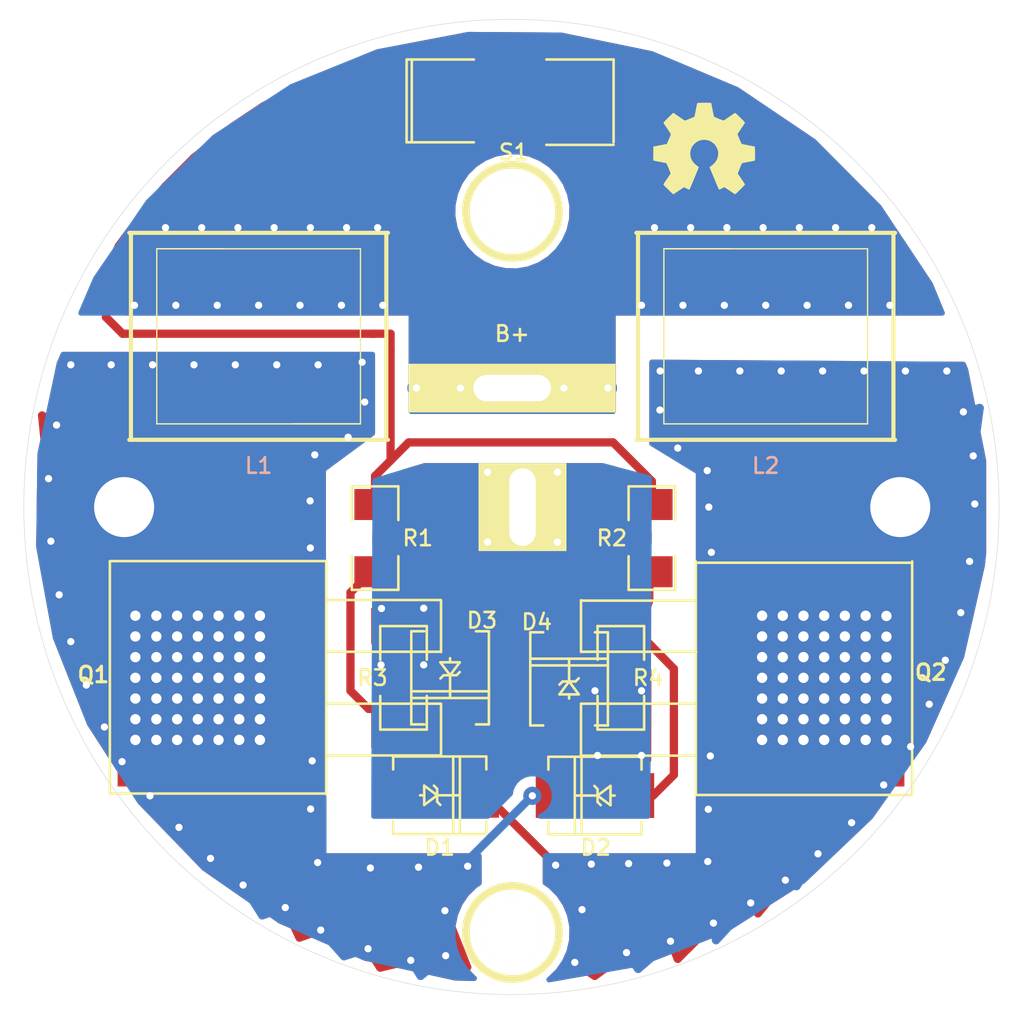
<source format=kicad_pcb>
(kicad_pcb (version 20171130) (host pcbnew "(5.1.12)-1")

  (general
    (thickness 1.6002)
    (drawings 1)
    (tracks 371)
    (zones 0)
    (modules 28)
    (nets 8)
  )

  (page A4)
  (title_block
    (title "SMT-ZVS Driver")
    (rev 9J)
  )

  (layers
    (0 Front signal)
    (31 Back signal)
    (32 B.Adhes user hide)
    (33 F.Adhes user hide)
    (34 B.Paste user hide)
    (35 F.Paste user hide)
    (36 B.SilkS user)
    (37 F.SilkS user)
    (38 B.Mask user)
    (39 F.Mask user)
    (40 Dwgs.User user)
    (41 Cmts.User user hide)
    (42 Eco1.User user hide)
    (43 Eco2.User user hide)
    (44 Edge.Cuts user)
  )

  (setup
    (last_trace_width 0.4064)
    (user_trace_width 0.6096)
    (user_trace_width 0.8128)
    (user_trace_width 1.2192)
    (trace_clearance 0.3302)
    (zone_clearance 0.508)
    (zone_45_only yes)
    (trace_min 0.3302)
    (via_size 0.889)
    (via_drill 0.3556)
    (via_min_size 0.889)
    (via_min_drill 0.3556)
    (uvia_size 0.508)
    (uvia_drill 0.127)
    (uvias_allowed no)
    (uvia_min_size 0.508)
    (uvia_min_drill 0.127)
    (edge_width 0.254)
    (segment_width 0.254)
    (pcb_text_width 0.3048)
    (pcb_text_size 1.524 2.032)
    (mod_edge_width 0.127)
    (mod_text_size 1.524 1.524)
    (mod_text_width 0.3048)
    (pad_size 0.889 0.889)
    (pad_drill 0.3556)
    (pad_to_mask_clearance 0.254)
    (aux_axis_origin 0 0)
    (visible_elements 7FFFFFFF)
    (pcbplotparams
      (layerselection 0x00030_ffffffff)
      (usegerberextensions true)
      (usegerberattributes true)
      (usegerberadvancedattributes true)
      (creategerberjobfile true)
      (excludeedgelayer true)
      (linewidth 0.150000)
      (plotframeref false)
      (viasonmask false)
      (mode 1)
      (useauxorigin false)
      (hpglpennumber 1)
      (hpglpenspeed 20)
      (hpglpendiameter 15.000000)
      (psnegative false)
      (psa4output false)
      (plotreference true)
      (plotvalue false)
      (plotinvisibletext false)
      (padsonsilk false)
      (subtractmaskfromsilk true)
      (outputformat 1)
      (mirror false)
      (drillshape 0)
      (scaleselection 1)
      (outputdirectory "/home/user/kicad/IH-10/"))
  )

  (net 0 "")
  (net 1 +BATT)
  (net 2 GND)
  (net 3 N-000002)
  (net 4 N-000004)
  (net 5 N-000005)
  (net 6 N-000006)
  (net 7 N-000007)

  (net_class Default "This is the default net class."
    (clearance 0.3302)
    (trace_width 0.4064)
    (via_dia 0.889)
    (via_drill 0.3556)
    (uvia_dia 0.508)
    (uvia_drill 0.127)
    (add_net +BATT)
    (add_net GND)
    (add_net N-000002)
    (add_net N-000004)
    (add_net N-000005)
    (add_net N-000006)
    (add_net N-000007)
  )

  (module DPAKGDS-TVSM-Q2 (layer Front) (tedit 55EAC888) (tstamp 55EA0326)
    (at 71.0692 56.388 270)
    (tags "CMS DPACK")
    (path /52DDB130)
    (zone_connect 2)
    (fp_text reference Q2 (at -0.2667 -15.2654) (layer F.SilkS)
      (effects (font (size 0.762 0.762) (thickness 0.1524)))
    )
    (fp_text value MOSFET_N (at 0 -2.57 270) (layer F.SilkS) hide
      (effects (font (size 1.27 1.27) (thickness 0.1524)))
    )
    (fp_line (start 3.81 1.905) (end 1.27 1.905) (layer F.SilkS) (width 0.127))
    (fp_line (start -1.27 1.905) (end -3.81 1.905) (layer F.SilkS) (width 0.127))
    (fp_line (start -5.715 -14.351) (end 5.715 -14.351) (layer F.SilkS) (width 0.127))
    (fp_line (start 5.715 -3.733) (end -5.715 -3.733) (layer F.SilkS) (width 0.127))
    (fp_line (start -5.65 -3.73) (end -5.65 -14.33) (layer F.SilkS) (width 0.127))
    (fp_line (start 5.75 -3.73) (end 5.75 -14.33) (layer F.SilkS) (width 0.127))
    (fp_line (start -3.79 1.89) (end -3.79 -3.72) (layer F.SilkS) (width 0.127))
    (fp_line (start -1.28 1.89) (end -1.28 -3.75) (layer F.SilkS) (width 0.127))
    (fp_line (start 1.27 1.9) (end 1.27 -3.7) (layer F.SilkS) (width 0.127))
    (fp_line (start 3.82 1.9) (end 3.82 -3.72) (layer F.SilkS) (width 0.127))
    (pad D thru_hole circle (at 3.058 -13.089 270) (size 0.762 0.762) (drill 0.508) (layers *.Cu B.Mask)
      (net 7 N-000007) (solder_mask_margin 0.0254) (zone_connect 2))
    (pad D thru_hole circle (at 0.01 -13.089 270) (size 0.762 0.762) (drill 0.508) (layers *.Cu B.Mask)
      (net 7 N-000007) (solder_mask_margin 0.0254) (zone_connect 2))
    (pad D thru_hole circle (at 1.026 -13.089 270) (size 0.762 0.762) (drill 0.508) (layers *.Cu B.Mask)
      (net 7 N-000007) (solder_mask_margin 0.0254) (zone_connect 2))
    (pad D thru_hole circle (at 2.042 -13.089 270) (size 0.762 0.762) (drill 0.508) (layers *.Cu B.Mask)
      (net 7 N-000007) (solder_mask_margin 0.0254) (zone_connect 2))
    (pad D thru_hole circle (at -1.006 -13.089 270) (size 0.762 0.762) (drill 0.508) (layers *.Cu B.Mask)
      (net 7 N-000007) (solder_mask_margin 0.0254) (zone_connect 2))
    (pad D thru_hole circle (at -2.022 -13.089 270) (size 0.762 0.762) (drill 0.508) (layers *.Cu B.Mask)
      (net 7 N-000007) (solder_mask_margin 0.0254) (zone_connect 2))
    (pad D thru_hole circle (at -3.038 -13.089 270) (size 0.762 0.762) (drill 0.508) (layers *.Cu B.Mask)
      (net 7 N-000007) (solder_mask_margin 0.0254) (zone_connect 2))
    (pad D thru_hole circle (at -3.048 -12.069 270) (size 0.762 0.762) (drill 0.508) (layers *.Cu B.Mask)
      (net 7 N-000007) (solder_mask_margin 0.0254) (zone_connect 2))
    (pad D thru_hole circle (at -2.032 -12.069 270) (size 0.762 0.762) (drill 0.508) (layers *.Cu B.Mask)
      (net 7 N-000007) (solder_mask_margin 0.0254) (zone_connect 2))
    (pad D thru_hole circle (at -1.016 -12.069 270) (size 0.762 0.762) (drill 0.508) (layers *.Cu B.Mask)
      (net 7 N-000007) (solder_mask_margin 0.0254) (zone_connect 2))
    (pad D thru_hole circle (at 2.032 -12.069 270) (size 0.762 0.762) (drill 0.508) (layers *.Cu B.Mask)
      (net 7 N-000007) (solder_mask_margin 0.0254) (zone_connect 2))
    (pad D thru_hole circle (at 1.016 -12.069 270) (size 0.762 0.762) (drill 0.508) (layers *.Cu B.Mask)
      (net 7 N-000007) (solder_mask_margin 0.0254) (zone_connect 2))
    (pad D thru_hole circle (at 0 -12.069 270) (size 0.762 0.762) (drill 0.508) (layers *.Cu B.Mask)
      (net 7 N-000007) (solder_mask_margin 0.0254) (zone_connect 2))
    (pad D thru_hole circle (at 3.048 -12.069 270) (size 0.762 0.762) (drill 0.508) (layers *.Cu B.Mask)
      (net 7 N-000007) (solder_mask_margin 0.0254) (zone_connect 2))
    (pad D thru_hole circle (at 3.048 -6.985 270) (size 0.762 0.762) (drill 0.508) (layers *.Cu B.Mask)
      (net 7 N-000007) (solder_mask_margin 0.0254) (zone_connect 2))
    (pad D thru_hole circle (at 3.048 -11.049 270) (size 0.762 0.762) (drill 0.508) (layers *.Cu B.Mask)
      (net 7 N-000007) (solder_mask_margin 0.0254) (zone_connect 2))
    (pad D thru_hole circle (at 3.048 -8.001 270) (size 0.762 0.762) (drill 0.508) (layers *.Cu B.Mask)
      (net 7 N-000007) (solder_mask_margin 0.0254) (zone_connect 2))
    (pad D thru_hole circle (at 3.048 -10.033 270) (size 0.762 0.762) (drill 0.508) (layers *.Cu B.Mask)
      (net 7 N-000007) (solder_mask_margin 0.0254) (zone_connect 2))
    (pad D thru_hole circle (at 3.048 -9.017 270) (size 0.762 0.762) (drill 0.508) (layers *.Cu B.Mask)
      (net 7 N-000007) (solder_mask_margin 0.0254) (zone_connect 2))
    (pad D thru_hole circle (at 0 -6.985 270) (size 0.762 0.762) (drill 0.508) (layers *.Cu B.Mask)
      (net 7 N-000007) (solder_mask_margin 0.0254) (zone_connect 2))
    (pad D thru_hole circle (at 0 -11.049 270) (size 0.762 0.762) (drill 0.508) (layers *.Cu B.Mask)
      (net 7 N-000007) (solder_mask_margin 0.0254) (zone_connect 2))
    (pad D thru_hole circle (at 0 -8.001 270) (size 0.762 0.762) (drill 0.508) (layers *.Cu B.Mask)
      (net 7 N-000007) (solder_mask_margin 0.0254) (zone_connect 2))
    (pad D thru_hole circle (at 0 -10.033 270) (size 0.762 0.762) (drill 0.508) (layers *.Cu B.Mask)
      (net 7 N-000007) (solder_mask_margin 0.0254) (zone_connect 2))
    (pad D thru_hole circle (at 0 -9.017 270) (size 0.762 0.762) (drill 0.508) (layers *.Cu B.Mask)
      (net 7 N-000007) (solder_mask_margin 0.0254) (zone_connect 2))
    (pad D thru_hole circle (at 1.016 -9.017 270) (size 0.762 0.762) (drill 0.508) (layers *.Cu B.Mask)
      (net 7 N-000007) (solder_mask_margin 0.0254) (zone_connect 2))
    (pad D thru_hole circle (at 1.016 -10.033 270) (size 0.762 0.762) (drill 0.508) (layers *.Cu B.Mask)
      (net 7 N-000007) (solder_mask_margin 0.0254) (zone_connect 2))
    (pad D thru_hole circle (at 1.016 -8.001 270) (size 0.762 0.762) (drill 0.508) (layers *.Cu B.Mask)
      (net 7 N-000007) (solder_mask_margin 0.0254) (zone_connect 2))
    (pad D thru_hole circle (at 1.016 -11.049 270) (size 0.762 0.762) (drill 0.508) (layers *.Cu B.Mask)
      (net 7 N-000007) (solder_mask_margin 0.0254) (zone_connect 2))
    (pad D thru_hole circle (at 1.016 -6.985 270) (size 0.762 0.762) (drill 0.508) (layers *.Cu B.Mask)
      (net 7 N-000007) (solder_mask_margin 0.0254) (zone_connect 2))
    (pad D thru_hole circle (at 2.032 -9.017 270) (size 0.762 0.762) (drill 0.508) (layers *.Cu B.Mask)
      (net 7 N-000007) (solder_mask_margin 0.0254) (zone_connect 2))
    (pad D thru_hole circle (at 2.032 -10.033 270) (size 0.762 0.762) (drill 0.508) (layers *.Cu B.Mask)
      (net 7 N-000007) (solder_mask_margin 0.0254) (zone_connect 2))
    (pad D thru_hole circle (at 2.032 -8.001 270) (size 0.762 0.762) (drill 0.508) (layers *.Cu B.Mask)
      (net 7 N-000007) (solder_mask_margin 0.0254) (zone_connect 2))
    (pad D thru_hole circle (at 2.032 -11.049 270) (size 0.762 0.762) (drill 0.508) (layers *.Cu B.Mask)
      (net 7 N-000007) (solder_mask_margin 0.0254) (zone_connect 2))
    (pad D thru_hole circle (at 2.032 -6.985 270) (size 0.762 0.762) (drill 0.508) (layers *.Cu B.Mask)
      (net 7 N-000007) (solder_mask_margin 0.0254) (zone_connect 2))
    (pad D thru_hole circle (at -1.016 -6.985 270) (size 0.762 0.762) (drill 0.508) (layers *.Cu B.Mask)
      (net 7 N-000007) (solder_mask_margin 0.0254) (zone_connect 2))
    (pad D thru_hole circle (at -1.016 -11.049 270) (size 0.762 0.762) (drill 0.508) (layers *.Cu B.Mask)
      (net 7 N-000007) (solder_mask_margin 0.0254) (zone_connect 2))
    (pad D thru_hole circle (at -1.016 -8.001 270) (size 0.762 0.762) (drill 0.508) (layers *.Cu B.Mask)
      (net 7 N-000007) (solder_mask_margin 0.0254) (zone_connect 2))
    (pad D thru_hole circle (at -1.016 -10.033 270) (size 0.762 0.762) (drill 0.508) (layers *.Cu B.Mask)
      (net 7 N-000007) (solder_mask_margin 0.0254) (zone_connect 2))
    (pad D thru_hole circle (at -1.016 -9.017 270) (size 0.762 0.762) (drill 0.508) (layers *.Cu B.Mask)
      (net 7 N-000007) (solder_mask_margin 0.0254) (zone_connect 2))
    (pad D thru_hole circle (at -2.032 -6.985 270) (size 0.762 0.762) (drill 0.508) (layers *.Cu B.Mask)
      (net 7 N-000007) (solder_mask_margin 0.0254) (zone_connect 2))
    (pad D thru_hole circle (at -2.032 -11.049 270) (size 0.762 0.762) (drill 0.508) (layers *.Cu B.Mask)
      (net 7 N-000007) (solder_mask_margin 0.0254) (zone_connect 2))
    (pad D thru_hole circle (at -2.032 -8.001 270) (size 0.762 0.762) (drill 0.508) (layers *.Cu B.Mask)
      (net 7 N-000007) (solder_mask_margin 0.0254) (zone_connect 2))
    (pad D thru_hole circle (at -2.032 -10.033 270) (size 0.762 0.762) (drill 0.508) (layers *.Cu B.Mask)
      (net 7 N-000007) (solder_mask_margin 0.0254) (zone_connect 2))
    (pad D thru_hole circle (at -2.032 -9.017 270) (size 0.762 0.762) (drill 0.508) (layers *.Cu B.Mask)
      (net 7 N-000007) (solder_mask_margin 0.0254) (zone_connect 2))
    (pad D thru_hole circle (at -3.048 -9.017 270) (size 0.762 0.762) (drill 0.508) (layers *.Cu B.Mask)
      (net 7 N-000007) (solder_mask_margin 0.0254) (zone_connect 2))
    (pad D thru_hole circle (at -3.048 -10.033 270) (size 0.762 0.762) (drill 0.508) (layers *.Cu B.Mask)
      (net 7 N-000007) (solder_mask_margin 0.0254) (zone_connect 2))
    (pad D smd rect (at 0 -9.525 270) (size 10.668 8.89) (layers Front F.Paste F.Mask)
      (net 7 N-000007) (zone_connect 2))
    (pad G smd rect (at -2.54 0 270) (size 1.778 3.048) (layers Front F.Paste F.Mask)
      (net 3 N-000002) (zone_connect 2))
    (pad S smd rect (at 2.54 0 270) (size 1.778 3.048) (layers Front F.Paste F.Mask)
      (net 2 GND) (zone_connect 2))
    (pad D thru_hole circle (at -3.048 -8.001 270) (size 0.762 0.762) (drill 0.508) (layers *.Cu B.Mask)
      (net 7 N-000007) (solder_mask_margin 0.0254) (zone_connect 2))
    (pad D thru_hole circle (at -3.048 -11.049 270) (size 0.762 0.762) (drill 0.508) (layers *.Cu B.Mask)
      (net 7 N-000007) (solder_mask_margin 0.0254) (zone_connect 2))
    (pad D thru_hole circle (at -3.048 -6.985 270) (size 0.762 0.762) (drill 0.508) (layers *.Cu B.Mask)
      (net 7 N-000007) (solder_mask_margin 0.0254) (zone_connect 2))
    (model smd/dpack_3.wrl
      (offset (xyz 0 1.015999984741211 0))
      (scale (xyz 1 1 1))
      (rotate (xyz 0 0 0))
    )
  )

  (module DPAKGDS-TVSM-Q1 (layer Front) (tedit 55EAC8AF) (tstamp 55EA062D)
    (at 60.3885 56.388 90)
    (tags "CMS DPACK")
    (path /52DDB130)
    (zone_connect 2)
    (fp_text reference Q1 (at 0.1524 -15.1638 180) (layer F.SilkS)
      (effects (font (size 0.762 0.762) (thickness 0.1524)))
    )
    (fp_text value MOSFET_N (at 0.01 -2.55 90) (layer F.SilkS) hide
      (effects (font (size 1.27 1.27) (thickness 0.1524)))
    )
    (fp_line (start 3.81 1.905) (end 1.27 1.905) (layer F.SilkS) (width 0.127))
    (fp_line (start -1.27 1.905) (end -3.81 1.905) (layer F.SilkS) (width 0.127))
    (fp_line (start -5.715 -14.351) (end 5.715 -14.351) (layer F.SilkS) (width 0.127))
    (fp_line (start 5.725 -3.733) (end -5.705 -3.733) (layer F.SilkS) (width 0.127))
    (fp_line (start -3.81 1.89) (end -3.81 -3.72) (layer F.SilkS) (width 0.127))
    (fp_line (start -1.27 1.89) (end -1.27 -3.72) (layer F.SilkS) (width 0.127))
    (fp_line (start 1.28 1.9) (end 1.28 -3.72) (layer F.SilkS) (width 0.127))
    (fp_line (start 3.82 1.89) (end 3.82 -3.71) (layer F.SilkS) (width 0.127))
    (fp_line (start -5.68 -3.73) (end -5.68 -14.33) (layer F.SilkS) (width 0.127))
    (fp_line (start 5.73 -3.73) (end 5.73 -14.35) (layer F.SilkS) (width 0.127))
    (pad D thru_hole circle (at 3.048 -13.099 90) (size 0.762 0.762) (drill 0.508) (layers *.Cu B.Mask)
      (net 6 N-000006) (solder_mask_margin 0.0254) (zone_connect 2))
    (pad D thru_hole circle (at 0 -13.099 90) (size 0.762 0.762) (drill 0.508) (layers *.Cu B.Mask)
      (net 6 N-000006) (solder_mask_margin 0.0254) (zone_connect 2))
    (pad D thru_hole circle (at 1.016 -13.099 90) (size 0.762 0.762) (drill 0.508) (layers *.Cu B.Mask)
      (net 6 N-000006) (solder_mask_margin 0.0254) (zone_connect 2))
    (pad D thru_hole circle (at 2.032 -13.099 90) (size 0.762 0.762) (drill 0.508) (layers *.Cu B.Mask)
      (net 6 N-000006) (solder_mask_margin 0.0254) (zone_connect 2))
    (pad D thru_hole circle (at -1.016 -13.099 90) (size 0.762 0.762) (drill 0.508) (layers *.Cu B.Mask)
      (net 6 N-000006) (solder_mask_margin 0.0254) (zone_connect 2))
    (pad D thru_hole circle (at -2.032 -13.099 90) (size 0.762 0.762) (drill 0.508) (layers *.Cu B.Mask)
      (net 6 N-000006) (solder_mask_margin 0.0254) (zone_connect 2))
    (pad D thru_hole circle (at -3.048 -13.099 90) (size 0.762 0.762) (drill 0.508) (layers *.Cu B.Mask)
      (net 6 N-000006) (solder_mask_margin 0.0254) (zone_connect 2))
    (pad D thru_hole circle (at -3.048 -12.069 90) (size 0.762 0.762) (drill 0.508) (layers *.Cu B.Mask)
      (net 6 N-000006) (solder_mask_margin 0.0254) (zone_connect 2))
    (pad D thru_hole circle (at -2.032 -12.069 90) (size 0.762 0.762) (drill 0.508) (layers *.Cu B.Mask)
      (net 6 N-000006) (solder_mask_margin 0.0254) (zone_connect 2))
    (pad D thru_hole circle (at -1.016 -12.069 90) (size 0.762 0.762) (drill 0.508) (layers *.Cu B.Mask)
      (net 6 N-000006) (solder_mask_margin 0.0254) (zone_connect 2))
    (pad D thru_hole circle (at 2.032 -12.069 90) (size 0.762 0.762) (drill 0.508) (layers *.Cu B.Mask)
      (net 6 N-000006) (solder_mask_margin 0.0254) (zone_connect 2))
    (pad D thru_hole circle (at 1.016 -12.069 90) (size 0.762 0.762) (drill 0.508) (layers *.Cu B.Mask)
      (net 6 N-000006) (solder_mask_margin 0.0254) (zone_connect 2))
    (pad D thru_hole circle (at 0 -12.069 90) (size 0.762 0.762) (drill 0.508) (layers *.Cu B.Mask)
      (net 6 N-000006) (solder_mask_margin 0.0254) (zone_connect 2))
    (pad D thru_hole circle (at 3.048 -12.069 90) (size 0.762 0.762) (drill 0.508) (layers *.Cu B.Mask)
      (net 6 N-000006) (solder_mask_margin 0.0254) (zone_connect 2))
    (pad D thru_hole circle (at 3.048 -6.985 90) (size 0.762 0.762) (drill 0.508) (layers *.Cu B.Mask)
      (net 6 N-000006) (solder_mask_margin 0.0254) (zone_connect 2))
    (pad D thru_hole circle (at 3.048 -11.049 90) (size 0.762 0.762) (drill 0.508) (layers *.Cu B.Mask)
      (net 6 N-000006) (solder_mask_margin 0.0254) (zone_connect 2))
    (pad D thru_hole circle (at 3.048 -8.001 90) (size 0.762 0.762) (drill 0.508) (layers *.Cu B.Mask)
      (net 6 N-000006) (solder_mask_margin 0.0254) (zone_connect 2))
    (pad D thru_hole circle (at 3.048 -10.033 90) (size 0.762 0.762) (drill 0.508) (layers *.Cu B.Mask)
      (net 6 N-000006) (solder_mask_margin 0.0254) (zone_connect 2))
    (pad D thru_hole circle (at 3.048 -9.017 90) (size 0.762 0.762) (drill 0.508) (layers *.Cu B.Mask)
      (net 6 N-000006) (solder_mask_margin 0.0254) (zone_connect 2))
    (pad D thru_hole circle (at 0 -6.985 90) (size 0.762 0.762) (drill 0.508) (layers *.Cu B.Mask)
      (net 6 N-000006) (solder_mask_margin 0.0254) (zone_connect 2))
    (pad D thru_hole circle (at 0 -11.049 90) (size 0.762 0.762) (drill 0.508) (layers *.Cu B.Mask)
      (net 6 N-000006) (solder_mask_margin 0.0254) (zone_connect 2))
    (pad D thru_hole circle (at 0 -8.001 90) (size 0.762 0.762) (drill 0.508) (layers *.Cu B.Mask)
      (net 6 N-000006) (solder_mask_margin 0.0254) (zone_connect 2))
    (pad D thru_hole circle (at 0 -10.033 90) (size 0.762 0.762) (drill 0.508) (layers *.Cu B.Mask)
      (net 6 N-000006) (solder_mask_margin 0.0254) (zone_connect 2))
    (pad D thru_hole circle (at 0 -9.017 90) (size 0.762 0.762) (drill 0.508) (layers *.Cu B.Mask)
      (net 6 N-000006) (solder_mask_margin 0.0254) (zone_connect 2))
    (pad D thru_hole circle (at 1.016 -9.017 90) (size 0.762 0.762) (drill 0.508) (layers *.Cu B.Mask)
      (net 6 N-000006) (solder_mask_margin 0.0254) (zone_connect 2))
    (pad D thru_hole circle (at 1.016 -10.033 90) (size 0.762 0.762) (drill 0.508) (layers *.Cu B.Mask)
      (net 6 N-000006) (solder_mask_margin 0.0254) (zone_connect 2))
    (pad D thru_hole circle (at 1.016 -8.001 90) (size 0.762 0.762) (drill 0.508) (layers *.Cu B.Mask)
      (net 6 N-000006) (solder_mask_margin 0.0254) (zone_connect 2))
    (pad D thru_hole circle (at 1.016 -11.049 90) (size 0.762 0.762) (drill 0.508) (layers *.Cu B.Mask)
      (net 6 N-000006) (solder_mask_margin 0.0254) (zone_connect 2))
    (pad D thru_hole circle (at 1.016 -6.985 90) (size 0.762 0.762) (drill 0.508) (layers *.Cu B.Mask)
      (net 6 N-000006) (solder_mask_margin 0.0254) (zone_connect 2))
    (pad D thru_hole circle (at 2.032 -9.017 90) (size 0.762 0.762) (drill 0.508) (layers *.Cu B.Mask)
      (net 6 N-000006) (solder_mask_margin 0.0254) (zone_connect 2))
    (pad D thru_hole circle (at 2.032 -10.033 90) (size 0.762 0.762) (drill 0.508) (layers *.Cu B.Mask)
      (net 6 N-000006) (solder_mask_margin 0.0254) (zone_connect 2))
    (pad D thru_hole circle (at 2.032 -8.001 90) (size 0.762 0.762) (drill 0.508) (layers *.Cu B.Mask)
      (net 6 N-000006) (solder_mask_margin 0.0254) (zone_connect 2))
    (pad D thru_hole circle (at 2.032 -11.049 90) (size 0.762 0.762) (drill 0.508) (layers *.Cu B.Mask)
      (net 6 N-000006) (solder_mask_margin 0.0254) (zone_connect 2))
    (pad D thru_hole circle (at 2.032 -6.985 90) (size 0.762 0.762) (drill 0.508) (layers *.Cu B.Mask)
      (net 6 N-000006) (solder_mask_margin 0.0254) (zone_connect 2))
    (pad D thru_hole circle (at -1.016 -6.985 90) (size 0.762 0.762) (drill 0.508) (layers *.Cu B.Mask)
      (net 6 N-000006) (solder_mask_margin 0.0254) (zone_connect 2))
    (pad D thru_hole circle (at -1.016 -11.049 90) (size 0.762 0.762) (drill 0.508) (layers *.Cu B.Mask)
      (net 6 N-000006) (solder_mask_margin 0.0254) (zone_connect 2))
    (pad D thru_hole circle (at -1.016 -8.001 90) (size 0.762 0.762) (drill 0.508) (layers *.Cu B.Mask)
      (net 6 N-000006) (solder_mask_margin 0.0254) (zone_connect 2))
    (pad D thru_hole circle (at -1.016 -10.033 90) (size 0.762 0.762) (drill 0.508) (layers *.Cu B.Mask)
      (net 6 N-000006) (solder_mask_margin 0.0254) (zone_connect 2))
    (pad D thru_hole circle (at -1.016 -9.017 90) (size 0.762 0.762) (drill 0.508) (layers *.Cu B.Mask)
      (net 6 N-000006) (solder_mask_margin 0.0254) (zone_connect 2))
    (pad D thru_hole circle (at -2.032 -6.985 90) (size 0.762 0.762) (drill 0.508) (layers *.Cu B.Mask)
      (net 6 N-000006) (solder_mask_margin 0.0254) (zone_connect 2))
    (pad D thru_hole circle (at -2.032 -11.049 90) (size 0.762 0.762) (drill 0.508) (layers *.Cu B.Mask)
      (net 6 N-000006) (solder_mask_margin 0.0254) (zone_connect 2))
    (pad D thru_hole circle (at -2.032 -8.001 90) (size 0.762 0.762) (drill 0.508) (layers *.Cu B.Mask)
      (net 6 N-000006) (solder_mask_margin 0.0254) (zone_connect 2))
    (pad D thru_hole circle (at -2.032 -10.033 90) (size 0.762 0.762) (drill 0.508) (layers *.Cu B.Mask)
      (net 6 N-000006) (solder_mask_margin 0.0254) (zone_connect 2))
    (pad D thru_hole circle (at -2.032 -9.017 90) (size 0.762 0.762) (drill 0.508) (layers *.Cu B.Mask)
      (net 6 N-000006) (solder_mask_margin 0.0254) (zone_connect 2))
    (pad D thru_hole circle (at -3.048 -9.017 90) (size 0.762 0.762) (drill 0.508) (layers *.Cu B.Mask)
      (net 6 N-000006) (solder_mask_margin 0.0254) (zone_connect 2))
    (pad D thru_hole circle (at -3.048 -10.033 90) (size 0.762 0.762) (drill 0.508) (layers *.Cu B.Mask)
      (net 6 N-000006) (solder_mask_margin 0.0254) (zone_connect 2))
    (pad D smd rect (at 0 -9.525 90) (size 10.668 8.89) (layers Front F.Paste F.Mask)
      (net 6 N-000006) (zone_connect 2))
    (pad G smd rect (at -2.54 0 90) (size 1.778 3.048) (layers Front F.Paste F.Mask)
      (net 4 N-000004) (zone_connect 2))
    (pad S smd rect (at 2.54 0 90) (size 1.778 3.048) (layers Front F.Paste F.Mask)
      (net 2 GND) (zone_connect 2))
    (pad D thru_hole circle (at -3.048 -8.001 90) (size 0.762 0.762) (drill 0.508) (layers *.Cu B.Mask)
      (net 6 N-000006) (solder_mask_margin 0.0254) (zone_connect 2))
    (pad D thru_hole circle (at -3.048 -11.049 90) (size 0.762 0.762) (drill 0.508) (layers *.Cu B.Mask)
      (net 6 N-000006) (solder_mask_margin 0.0254) (zone_connect 2))
    (pad D thru_hole circle (at -3.048 -6.985 90) (size 0.762 0.762) (drill 0.508) (layers *.Cu B.Mask)
      (net 6 N-000006) (solder_mask_margin 0.0254) (zone_connect 2))
    (model smd/dpack_3.wrl
      (offset (xyz 0 1.015999984741211 0))
      (scale (xyz 1 1 1))
      (rotate (xyz 0 0 0))
    )
  )

  (module 1pin (layer Front) (tedit 5595B402) (tstamp 55BCAF6A)
    (at 65.7987 33.4899)
    (descr "module 1 pin (ou trou mecanique de percage)")
    (tags DEV)
    (path 1pin)
    (clearance 1.27)
    (zone_connect 0)
    (fp_text reference mount (at 0 -3.048) (layer F.SilkS) hide
      (effects (font (size 1.016 1.016) (thickness 0.254)))
    )
    (fp_text value P*** (at 0 2.794) (layer F.SilkS) hide
      (effects (font (size 1.016 1.016) (thickness 0.254)))
    )
    (fp_circle (center 0 0) (end 0 -2.286) (layer F.SilkS) (width 0.381))
    (pad "" np_thru_hole circle (at 0 0) (size 3.048 3.048) (drill 3.048) (layers *.Cu *.Mask F.SilkS)
      (zone_connect 0))
  )

  (module SM2112L (layer Front) (tedit 55B7CB13) (tstamp 555E883C)
    (at 65.6844 28.067)
    (attr smd)
    (fp_text reference S1 (at 0.1778 2.5146) (layer F.SilkS)
      (effects (font (size 0.762 0.762) (thickness 0.127)))
    )
    (fp_text value Val** (at -0.889 0 90) (layer F.SilkS) hide
      (effects (font (size 0.762 0.762) (thickness 0.1905)))
    )
    (fp_line (start 5.08 2.159) (end 1.778 2.159) (layer F.SilkS) (width 0.127))
    (fp_line (start 5.08 -2.032) (end 5.08 2.032) (layer F.SilkS) (width 0.127))
    (fp_line (start 1.778 -2.032) (end 5.08 -2.032) (layer F.SilkS) (width 0.127))
    (fp_line (start -1.778 -2.032) (end -5.08 -2.032) (layer F.SilkS) (width 0.127))
    (fp_line (start -1.778 2.032) (end -5.08 2.032) (layer F.SilkS) (width 0.127))
    (fp_line (start -4.826 -2.032) (end -4.826 2.032) (layer F.SilkS) (width 0.127))
    (fp_line (start -5.08 -2.032) (end -5.08 2.032) (layer F.SilkS) (width 0.127))
    (pad 2 smd rect (at 3.7084 0.0508) (size 2.032 3.302) (layers Front F.Paste F.Mask)
      (net 1 +BATT) (zone_connect 1) (thermal_width 1.016) (thermal_gap 0.508))
    (pad 1 smd rect (at -3.4544 0) (size 2.032 3.302) (layers Front F.Paste F.Mask)
      (net 5 N-000005))
    (model smd/chip_cms.wrl
      (at (xyz 0 0 0))
      (scale (xyz 0.3 0.4 0.4))
      (rotate (xyz 0 0 0))
    )
  )

  (module endcap locked (layer Front) (tedit 5586DB5C) (tstamp 555C7DBF)
    (at 65.786 48.006)
    (fp_text reference endcap (at 0 0) (layer F.SilkS) hide
      (effects (font (size 1.5 1.5) (thickness 0.15)))
    )
    (fp_text value VAL** (at 0 0) (layer F.SilkS) hide
      (effects (font (size 1.5 1.5) (thickness 0.15)))
    )
    (pad "" thru_hole circle (at 19.05 0) (size 6.35 6.35) (drill 2.9464) (layers *.Cu *.Mask)
      (net 7 N-000007) (zone_connect 2))
    (pad "" thru_hole circle (at -19.05 0) (size 6.35 6.35) (drill 2.9464) (layers *.Cu *.Mask)
      (net 6 N-000006) (zone_connect 2))
  )

  (module inductor-coilcraft-xal1010-102 (layer Front) (tedit 55B95497) (tstamp 5524B50A)
    (at 53.34 39.624 270)
    (descr "SMD INDUCTOR")
    (tags "SMD INDUCTOR")
    (path /52DDAEDB)
    (attr smd)
    (fp_text reference L1 (at 6.35 0) (layer B.SilkS)
      (effects (font (size 0.762 0.762) (thickness 0.127)))
    )
    (fp_text value INDUCTOR (at -1.45796 3.86334 270) (layer B.SilkS) hide
      (effects (font (size 1.27 1.27) (thickness 0.0889)))
    )
    (fp_line (start 5.08 6.26872) (end -5.08 6.26872) (layer F.SilkS) (width 0.2032))
    (fp_line (start 5.08 -6.26872) (end -5.08 -6.26872) (layer F.SilkS) (width 0.2032))
    (fp_line (start 5.08 6.35) (end 5.08 -6.35) (layer F.SilkS) (width 0.2032))
    (fp_line (start -5.08 -6.35) (end -5.08 6.35) (layer F.SilkS) (width 0.2032))
    (fp_line (start -4.29768 4.99872) (end -4.29768 -4.99872) (layer F.SilkS) (width 0.06604))
    (fp_line (start -4.29768 -4.99872) (end 4.29768 -4.99872) (layer F.SilkS) (width 0.06604))
    (fp_line (start 4.29768 4.99872) (end 4.29768 -4.99872) (layer F.SilkS) (width 0.06604))
    (fp_line (start -4.29768 4.99872) (end 4.29768 4.99872) (layer F.SilkS) (width 0.06604))
    (fp_line (start 4.29768 -1.69926) (end 4.29768 -4.99872) (layer F.SilkS) (width 0.06604))
    (fp_line (start -4.29768 4.99872) (end -4.29768 1.69926) (layer F.SilkS) (width 0.06604))
    (pad 1 smd rect (at -3.3274 0 270) (size 2.3876 11.303) (layers Front F.Paste F.Mask)
      (net 1 +BATT))
    (pad 2 smd rect (at 3.3274 0 270) (size 2.3876 11.303) (layers Front F.Paste F.Mask)
      (net 6 N-000006))
  )

  (module via (layer Front) (tedit 55324D26) (tstamp 55324D07)
    (at 72.009 54.61)
    (descr "module 1 pin (ou trou mecanique de percage)")
    (tags DEV)
    (path 1pin)
    (zone_connect 2)
    (fp_text reference "" (at 0 2.54) (layer F.SilkS) hide
      (effects (font (size 1.016 1.016) (thickness 0.254)))
    )
    (fp_text value "" (at 0 2.794) (layer F.SilkS) hide
      (effects (font (size 1.016 1.016) (thickness 0.254)))
    )
  )

  (module via (layer Front) (tedit 55324D10) (tstamp 5520A6B3)
    (at 70.739 54.61)
    (descr "module 1 pin (ou trou mecanique de percage)")
    (tags DEV)
    (path 1pin)
    (zone_connect 2)
    (fp_text reference "" (at 0 2.54) (layer F.SilkS) hide
      (effects (font (size 1.016 1.016) (thickness 0.254)))
    )
    (fp_text value "" (at 0 2.794) (layer F.SilkS) hide
      (effects (font (size 1.016 1.016) (thickness 0.254)))
    )
  )

  (module via (layer Front) (tedit 55324CDF) (tstamp 5520A698)
    (at 72.009 55.626)
    (descr "module 1 pin (ou trou mecanique de percage)")
    (tags DEV)
    (path 1pin)
    (zone_connect 2)
    (fp_text reference "" (at 0 2.54) (layer F.SilkS) hide
      (effects (font (size 1.016 1.016) (thickness 0.254)))
    )
    (fp_text value "" (at 0 2.794) (layer F.SilkS) hide
      (effects (font (size 1.016 1.016) (thickness 0.254)))
    )
  )

  (module via (layer Front) (tedit 55324CD4) (tstamp 5520A6A1)
    (at 70.739 55.626)
    (descr "module 1 pin (ou trou mecanique de percage)")
    (tags DEV)
    (path 1pin)
    (zone_connect 2)
    (fp_text reference "" (at 0 2.54) (layer F.SilkS) hide
      (effects (font (size 1.016 1.016) (thickness 0.254)))
    )
    (fp_text value "" (at 0 2.794) (layer F.SilkS) hide
      (effects (font (size 1.016 1.016) (thickness 0.254)))
    )
  )

  (module via (layer Front) (tedit 55324CAC) (tstamp 5520A6E7)
    (at 60.96 52.07)
    (descr "module 1 pin (ou trou mecanique de percage)")
    (tags DEV)
    (path 1pin)
    (zone_connect 2)
    (fp_text reference "" (at 0 2.54) (layer F.SilkS) hide
      (effects (font (size 1.016 1.016) (thickness 0.254)))
    )
    (fp_text value "" (at 0 2.794) (layer F.SilkS) hide
      (effects (font (size 1.016 1.016) (thickness 0.254)))
    )
  )

  (module via (layer Front) (tedit 55324CBB) (tstamp 551F435C)
    (at 62.23 52.07)
    (descr "module 1 pin (ou trou mecanique de percage)")
    (tags DEV)
    (path 1pin)
    (zone_connect 2)
    (fp_text reference "" (at 0 2.54) (layer F.SilkS) hide
      (effects (font (size 1.016 1.016) (thickness 0.254)))
    )
    (fp_text value "" (at 0 2.794) (layer F.SilkS) hide
      (effects (font (size 1.016 1.016) (thickness 0.254)))
    )
  )

  (module via (layer Front) (tedit 55324CC1) (tstamp 551F4353)
    (at 62.23 53.086)
    (descr "module 1 pin (ou trou mecanique de percage)")
    (tags DEV)
    (path 1pin)
    (zone_connect 2)
    (fp_text reference "" (at 0 2.54) (layer F.SilkS) hide
      (effects (font (size 1.016 1.016) (thickness 0.254)))
    )
    (fp_text value "" (at 0 2.794) (layer F.SilkS) hide
      (effects (font (size 1.016 1.016) (thickness 0.254)))
    )
  )

  (module DO214 (layer Front) (tedit 55B94DB6) (tstamp 52E43FF0)
    (at 62.738 56.388 270)
    (descr "DO214AC PACKAGE. MONODIRECTIONAL.")
    (tags "DO214AC PACKAGE. MONODIRECTIONAL.")
    (path /52DDB1BE)
    (attr smd)
    (fp_text reference D3 (at -2.8194 -1.5621) (layer F.SilkS)
      (effects (font (size 0.762 0.762) (thickness 0.127)))
    )
    (fp_text value ZENER (at 0.254 2.921 270) (layer F.SilkS) hide
      (effects (font (size 1.27 1.27) (thickness 0.0889)))
    )
    (fp_line (start -0.127 0) (end 0.98298 0) (layer F.SilkS) (width 0.127))
    (fp_line (start -0.127 0.3175) (end 0.03048 0.47498) (layer F.SilkS) (width 0.127))
    (fp_line (start -0.127 0) (end -0.127 0.3175) (layer F.SilkS) (width 0.127))
    (fp_line (start -0.127 -0.3175) (end -0.28448 -0.47498) (layer F.SilkS) (width 0.127))
    (fp_line (start -0.127 0) (end -0.127 -0.3175) (layer F.SilkS) (width 0.127))
    (fp_line (start -0.762 0.47498) (end -0.127 0) (layer F.SilkS) (width 0.127))
    (fp_line (start -0.762 0) (end -0.762 0.47498) (layer F.SilkS) (width 0.127))
    (fp_line (start -0.762 -0.47498) (end -0.762 0) (layer F.SilkS) (width 0.127))
    (fp_line (start -0.127 0) (end -0.762 -0.47498) (layer F.SilkS) (width 0.127))
    (fp_line (start -2.286 -1.27) (end -2.286 -1.905) (layer F.SilkS) (width 0.127))
    (fp_line (start 2.286 1.905) (end 2.286 1.27) (layer F.SilkS) (width 0.127))
    (fp_line (start -2.286 1.905) (end 2.286 1.905) (layer F.SilkS) (width 0.127))
    (fp_line (start -2.286 1.27) (end -2.286 1.905) (layer F.SilkS) (width 0.127))
    (fp_line (start 0.9906 1.905) (end 0.9906 -1.905) (layer F.SilkS) (width 0.127))
    (fp_line (start 0.6604 1.905) (end 0.6604 -1.905) (layer F.SilkS) (width 0.127))
    (fp_line (start 2.286 -1.905) (end 2.286 -1.27) (layer F.SilkS) (width 0.127))
    (fp_line (start -2.286 -1.905) (end 2.286 -1.905) (layer F.SilkS) (width 0.127))
    (fp_line (start -0.762 0) (end -0.9652 0) (layer F.SilkS) (width 0.127))
    (pad 1 smd rect (at -2.0066 0 270) (size 1.80086 2.19964) (layers Front F.Paste F.Mask)
      (net 2 GND))
    (pad 2 smd rect (at 2.0066 0 270) (size 1.80086 2.19964) (layers Front F.Paste F.Mask)
      (net 4 N-000004))
    (model smd/do214.wrl
      (at (xyz 0 0 0))
      (scale (xyz 1 1 1))
      (rotate (xyz 0 0 0))
    )
  )

  (module DO214 (layer Front) (tedit 55B94DD8) (tstamp 5516D487)
    (at 68.58 56.4388 90)
    (descr "DO214AC PACKAGE. MONODIRECTIONAL.")
    (tags "DO214AC PACKAGE. MONODIRECTIONAL.")
    (path /52DDB1DC)
    (attr smd)
    (fp_text reference D4 (at 2.794 -1.5875 180) (layer F.SilkS)
      (effects (font (size 0.762 0.762) (thickness 0.127)))
    )
    (fp_text value ZENER (at 0.254 2.921 90) (layer F.SilkS) hide
      (effects (font (size 1.27 1.27) (thickness 0.0889)))
    )
    (fp_line (start -0.127 0) (end 0.98298 0) (layer F.SilkS) (width 0.127))
    (fp_line (start -0.127 0.3175) (end 0.03048 0.47498) (layer F.SilkS) (width 0.127))
    (fp_line (start -0.127 0) (end -0.127 0.3175) (layer F.SilkS) (width 0.127))
    (fp_line (start -0.127 -0.3175) (end -0.28448 -0.47498) (layer F.SilkS) (width 0.127))
    (fp_line (start -0.127 0) (end -0.127 -0.3175) (layer F.SilkS) (width 0.127))
    (fp_line (start -0.762 0.47498) (end -0.127 0) (layer F.SilkS) (width 0.127))
    (fp_line (start -0.762 0) (end -0.762 0.47498) (layer F.SilkS) (width 0.127))
    (fp_line (start -0.762 -0.47498) (end -0.762 0) (layer F.SilkS) (width 0.127))
    (fp_line (start -0.127 0) (end -0.762 -0.47498) (layer F.SilkS) (width 0.127))
    (fp_line (start -2.286 -1.27) (end -2.286 -1.905) (layer F.SilkS) (width 0.127))
    (fp_line (start 2.286 1.905) (end 2.286 1.27) (layer F.SilkS) (width 0.127))
    (fp_line (start -2.286 1.905) (end 2.286 1.905) (layer F.SilkS) (width 0.127))
    (fp_line (start -2.286 1.27) (end -2.286 1.905) (layer F.SilkS) (width 0.127))
    (fp_line (start 0.9906 1.905) (end 0.9906 -1.905) (layer F.SilkS) (width 0.127))
    (fp_line (start 0.6604 1.905) (end 0.6604 -1.905) (layer F.SilkS) (width 0.127))
    (fp_line (start 2.286 -1.905) (end 2.286 -1.27) (layer F.SilkS) (width 0.127))
    (fp_line (start -2.286 -1.905) (end 2.286 -1.905) (layer F.SilkS) (width 0.127))
    (fp_line (start -0.762 0) (end -0.9652 0) (layer F.SilkS) (width 0.127))
    (pad 1 smd rect (at -2.0066 0 90) (size 1.80086 2.19964) (layers Front F.Paste F.Mask)
      (net 2 GND))
    (pad 2 smd rect (at 2.0066 0 90) (size 1.80086 2.19964) (layers Front F.Paste F.Mask)
      (net 3 N-000002))
    (model smd/do214.wrl
      (at (xyz 0 0 0))
      (scale (xyz 1 1 1))
      (rotate (xyz 0 0 0))
    )
  )

  (module SM1206 (layer Front) (tedit 559595B2) (tstamp 52AB74E6)
    (at 72.644 49.53 270)
    (path /52DDB78E)
    (attr smd)
    (fp_text reference R2 (at 0 1.9685) (layer F.SilkS)
      (effects (font (size 0.762 0.762) (thickness 0.127)))
    )
    (fp_text value 270 (at 0 0 270) (layer F.SilkS) hide
      (effects (font (size 0.762 0.762) (thickness 0.127)))
    )
    (fp_line (start -0.889 -1.143) (end -2.54 -1.143) (layer F.SilkS) (width 0.127))
    (fp_line (start 2.54 1.143) (end 0.889 1.143) (layer F.SilkS) (width 0.127))
    (fp_line (start 2.54 -1.143) (end 2.54 1.143) (layer F.SilkS) (width 0.127))
    (fp_line (start 0.889 -1.143) (end 2.54 -1.143) (layer F.SilkS) (width 0.127))
    (fp_line (start -2.54 1.143) (end -0.889 1.143) (layer F.SilkS) (width 0.127))
    (fp_line (start -2.54 -1.143) (end -2.54 1.143) (layer F.SilkS) (width 0.127))
    (pad 1 smd rect (at -1.651 0 270) (size 1.524 2.032) (layers Front F.Paste F.Mask)
      (net 5 N-000005))
    (pad 2 smd rect (at 1.651 0 270) (size 1.524 2.032) (layers Front F.Paste F.Mask)
      (net 3 N-000002))
    (model smd/chip_cms.wrl
      (at (xyz 0 0 0))
      (scale (xyz 0.17 0.16 0.16))
      (rotate (xyz 0 0 0))
    )
  )

  (module DO214 (layer Front) (tedit 55B94E60) (tstamp 55BA6259)
    (at 69.85 62.1665 180)
    (descr "DO214AC PACKAGE. MONODIRECTIONAL.")
    (tags "DO214AC PACKAGE. MONODIRECTIONAL.")
    (path /52DDB383)
    (attr smd)
    (fp_text reference D2 (at -0.0381 -2.5527 180) (layer F.SilkS)
      (effects (font (size 0.762 0.762) (thickness 0.127)))
    )
    (fp_text value DIODE (at 0.254 2.921 180) (layer F.SilkS) hide
      (effects (font (size 1.27 1.27) (thickness 0.0889)))
    )
    (fp_line (start -0.127 0) (end 0.98298 0) (layer F.SilkS) (width 0.127))
    (fp_line (start -0.127 0.3175) (end 0.03048 0.47498) (layer F.SilkS) (width 0.127))
    (fp_line (start -0.127 0) (end -0.127 0.3175) (layer F.SilkS) (width 0.127))
    (fp_line (start -0.127 -0.3175) (end -0.28448 -0.47498) (layer F.SilkS) (width 0.127))
    (fp_line (start -0.127 0) (end -0.127 -0.3175) (layer F.SilkS) (width 0.127))
    (fp_line (start -0.762 0.47498) (end -0.127 0) (layer F.SilkS) (width 0.127))
    (fp_line (start -0.762 0) (end -0.762 0.47498) (layer F.SilkS) (width 0.127))
    (fp_line (start -0.762 -0.47498) (end -0.762 0) (layer F.SilkS) (width 0.127))
    (fp_line (start -0.127 0) (end -0.762 -0.47498) (layer F.SilkS) (width 0.127))
    (fp_line (start -2.286 -1.27) (end -2.286 -1.905) (layer F.SilkS) (width 0.127))
    (fp_line (start 2.286 1.905) (end 2.286 1.27) (layer F.SilkS) (width 0.127))
    (fp_line (start -2.286 1.905) (end 2.286 1.905) (layer F.SilkS) (width 0.127))
    (fp_line (start -2.286 1.27) (end -2.286 1.905) (layer F.SilkS) (width 0.127))
    (fp_line (start 0.9906 1.905) (end 0.9906 -1.905) (layer F.SilkS) (width 0.127))
    (fp_line (start 0.6604 1.905) (end 0.6604 -1.905) (layer F.SilkS) (width 0.127))
    (fp_line (start 2.286 -1.905) (end 2.286 -1.27) (layer F.SilkS) (width 0.127))
    (fp_line (start -2.286 -1.905) (end 2.286 -1.905) (layer F.SilkS) (width 0.127))
    (fp_line (start -0.762 0) (end -0.9652 0) (layer F.SilkS) (width 0.127))
    (pad 1 smd rect (at -2.0066 0 180) (size 1.80086 2.19964) (layers Front F.Paste F.Mask)
      (net 3 N-000002))
    (pad 2 smd rect (at 2.0066 0 180) (size 1.80086 2.19964) (layers Front F.Paste F.Mask)
      (net 6 N-000006))
    (model smd/do214.wrl
      (at (xyz 0 0 0))
      (scale (xyz 1 1 1))
      (rotate (xyz 0 0 0))
    )
  )

  (module DO214 (layer Front) (tedit 55B94E14) (tstamp 52AB7D18)
    (at 62.23 62.1538)
    (descr "DO214AC PACKAGE. MONODIRECTIONAL.")
    (tags "DO214AC PACKAGE. MONODIRECTIONAL.")
    (path /52DDB301)
    (attr smd)
    (fp_text reference D1 (at 0 2.5654) (layer F.SilkS)
      (effects (font (size 0.762 0.762) (thickness 0.127)))
    )
    (fp_text value DIODE (at 0.254 2.921) (layer F.SilkS) hide
      (effects (font (size 1.27 1.27) (thickness 0.0889)))
    )
    (fp_line (start -0.127 0) (end 0.98298 0) (layer F.SilkS) (width 0.127))
    (fp_line (start -0.127 0.3175) (end 0.03048 0.47498) (layer F.SilkS) (width 0.127))
    (fp_line (start -0.127 0) (end -0.127 0.3175) (layer F.SilkS) (width 0.127))
    (fp_line (start -0.127 -0.3175) (end -0.28448 -0.47498) (layer F.SilkS) (width 0.127))
    (fp_line (start -0.127 0) (end -0.127 -0.3175) (layer F.SilkS) (width 0.127))
    (fp_line (start -0.762 0.47498) (end -0.127 0) (layer F.SilkS) (width 0.127))
    (fp_line (start -0.762 0) (end -0.762 0.47498) (layer F.SilkS) (width 0.127))
    (fp_line (start -0.762 -0.47498) (end -0.762 0) (layer F.SilkS) (width 0.127))
    (fp_line (start -0.127 0) (end -0.762 -0.47498) (layer F.SilkS) (width 0.127))
    (fp_line (start -2.286 -1.27) (end -2.286 -1.905) (layer F.SilkS) (width 0.127))
    (fp_line (start 2.286 1.905) (end 2.286 1.27) (layer F.SilkS) (width 0.127))
    (fp_line (start -2.286 1.905) (end 2.286 1.905) (layer F.SilkS) (width 0.127))
    (fp_line (start -2.286 1.27) (end -2.286 1.905) (layer F.SilkS) (width 0.127))
    (fp_line (start 0.9906 1.905) (end 0.9906 -1.905) (layer F.SilkS) (width 0.127))
    (fp_line (start 0.6604 1.905) (end 0.6604 -1.905) (layer F.SilkS) (width 0.127))
    (fp_line (start 2.286 -1.905) (end 2.286 -1.27) (layer F.SilkS) (width 0.127))
    (fp_line (start -2.286 -1.905) (end 2.286 -1.905) (layer F.SilkS) (width 0.127))
    (fp_line (start -0.762 0) (end -0.9652 0) (layer F.SilkS) (width 0.127))
    (pad 1 smd rect (at -2.0066 0) (size 1.80086 2.19964) (layers Front F.Paste F.Mask)
      (net 4 N-000004))
    (pad 2 smd rect (at 2.0066 0) (size 1.80086 2.19964) (layers Front F.Paste F.Mask)
      (net 7 N-000007))
    (model smd/do214.wrl
      (at (xyz 0 0 0))
      (scale (xyz 1 1 1))
      (rotate (xyz 0 0 0))
    )
  )

  (module SM1206 (layer Front) (tedit 55959627) (tstamp 531E1973)
    (at 60.452 56.388 90)
    (path /531E1DC6)
    (attr smd)
    (fp_text reference R3 (at 0 -1.524 180) (layer F.SilkS)
      (effects (font (size 0.762 0.762) (thickness 0.127)))
    )
    (fp_text value 10K (at 0 0 90) (layer F.SilkS) hide
      (effects (font (size 0.762 0.762) (thickness 0.127)))
    )
    (fp_line (start -0.889 -1.143) (end -2.54 -1.143) (layer F.SilkS) (width 0.127))
    (fp_line (start 2.54 1.143) (end 0.889 1.143) (layer F.SilkS) (width 0.127))
    (fp_line (start 2.54 -1.143) (end 2.54 1.143) (layer F.SilkS) (width 0.127))
    (fp_line (start 0.889 -1.143) (end 2.54 -1.143) (layer F.SilkS) (width 0.127))
    (fp_line (start -2.54 1.143) (end -0.889 1.143) (layer F.SilkS) (width 0.127))
    (fp_line (start -2.54 -1.143) (end -2.54 1.143) (layer F.SilkS) (width 0.127))
    (pad 1 smd rect (at -1.651 0 90) (size 1.524 2.032) (layers Front F.Paste F.Mask)
      (net 4 N-000004))
    (pad 2 smd rect (at 1.651 0 90) (size 1.524 2.032) (layers Front F.Paste F.Mask)
      (net 2 GND))
    (model smd/chip_cms.wrl
      (at (xyz 0 0 0))
      (scale (xyz 0.17 0.16 0.16))
      (rotate (xyz 0 0 0))
    )
  )

  (module SM1206 (layer Front) (tedit 55959640) (tstamp 531E1CCB)
    (at 71.12 56.388 270)
    (path /531E1DD4)
    (attr smd)
    (fp_text reference R4 (at 0 -1.3335) (layer F.SilkS)
      (effects (font (size 0.762 0.762) (thickness 0.127)))
    )
    (fp_text value 10K (at 0 0 270) (layer F.SilkS) hide
      (effects (font (size 0.762 0.762) (thickness 0.127)))
    )
    (fp_line (start -0.889 -1.143) (end -2.54 -1.143) (layer F.SilkS) (width 0.127))
    (fp_line (start 2.54 1.143) (end 0.889 1.143) (layer F.SilkS) (width 0.127))
    (fp_line (start 2.54 -1.143) (end 2.54 1.143) (layer F.SilkS) (width 0.127))
    (fp_line (start 0.889 -1.143) (end 2.54 -1.143) (layer F.SilkS) (width 0.127))
    (fp_line (start -2.54 1.143) (end -0.889 1.143) (layer F.SilkS) (width 0.127))
    (fp_line (start -2.54 -1.143) (end -2.54 1.143) (layer F.SilkS) (width 0.127))
    (pad 1 smd rect (at -1.651 0 270) (size 1.524 2.032) (layers Front F.Paste F.Mask)
      (net 3 N-000002))
    (pad 2 smd rect (at 1.651 0 270) (size 1.524 2.032) (layers Front F.Paste F.Mask)
      (net 2 GND))
    (model smd/chip_cms.wrl
      (at (xyz 0 0 0))
      (scale (xyz 0.17 0.16 0.16))
      (rotate (xyz 0 0 0))
    )
  )

  (module SM1206 (layer Front) (tedit 55959597) (tstamp 5388EA5B)
    (at 59.055 49.53 270)
    (path /52DDB77B)
    (attr smd)
    (fp_text reference R1 (at 0 -2.0955) (layer F.SilkS)
      (effects (font (size 0.762 0.762) (thickness 0.127)))
    )
    (fp_text value 270 (at 0 0 270) (layer F.SilkS) hide
      (effects (font (size 0.762 0.762) (thickness 0.127)))
    )
    (fp_line (start -0.889 -1.143) (end -2.54 -1.143) (layer F.SilkS) (width 0.127))
    (fp_line (start 2.54 1.143) (end 0.889 1.143) (layer F.SilkS) (width 0.127))
    (fp_line (start 2.54 -1.143) (end 2.54 1.143) (layer F.SilkS) (width 0.127))
    (fp_line (start 0.889 -1.143) (end 2.54 -1.143) (layer F.SilkS) (width 0.127))
    (fp_line (start -2.54 1.143) (end -0.889 1.143) (layer F.SilkS) (width 0.127))
    (fp_line (start -2.54 -1.143) (end -2.54 1.143) (layer F.SilkS) (width 0.127))
    (pad 1 smd rect (at -1.651 0 270) (size 1.524 2.032) (layers Front F.Paste F.Mask)
      (net 5 N-000005))
    (pad 2 smd rect (at 1.651 0 270) (size 1.524 2.032) (layers Front F.Paste F.Mask)
      (net 4 N-000004))
    (model smd/chip_cms.wrl
      (at (xyz 0 0 0))
      (scale (xyz 0.17 0.16 0.16))
      (rotate (xyz 0 0 0))
    )
  )

  (module via (layer Front) (tedit 55324CCB) (tstamp 5518EDB0)
    (at 59.944 55.372)
    (descr "module 1 pin (ou trou mecanique de percage)")
    (tags DEV)
    (path 1pin)
    (zone_connect 2)
    (fp_text reference "" (at 0 2.54) (layer F.SilkS) hide
      (effects (font (size 1.016 1.016) (thickness 0.254)))
    )
    (fp_text value "" (at 0 2.794) (layer F.SilkS) hide
      (effects (font (size 1.016 1.016) (thickness 0.254)))
    )
  )

  (module via (layer Front) (tedit 552459C5) (tstamp 5518EDC2)
    (at 67.564 61.468)
    (descr "module 1 pin (ou trou mecanique de percage)")
    (tags DEV)
    (path 1pin)
    (zone_connect 2)
    (fp_text reference "" (at 0 2.54) (layer F.SilkS) hide
      (effects (font (size 1.016 1.016) (thickness 0.254)))
    )
    (fp_text value "" (at 0 2.794) (layer F.SilkS) hide
      (effects (font (size 1.016 1.016) (thickness 0.254)))
    )
  )

  (module via (layer Front) (tedit 552459D2) (tstamp 5518EDCB)
    (at 71.882 56.388)
    (descr "module 1 pin (ou trou mecanique de percage)")
    (tags DEV)
    (path 1pin)
    (zone_connect 2)
    (fp_text reference "" (at 0 2.54) (layer F.SilkS) hide
      (effects (font (size 1.016 1.016) (thickness 0.254)))
    )
    (fp_text value "" (at 0 2.794) (layer F.SilkS) hide
      (effects (font (size 1.016 1.016) (thickness 0.254)))
    )
  )

  (module inductor-coilcraft-xal1010-102 (layer Front) (tedit 55B954BC) (tstamp 5521D631)
    (at 78.232 39.624 270)
    (descr "SMD INDUCTOR")
    (tags "SMD INDUCTOR")
    (path /52DDAEDB)
    (attr smd)
    (fp_text reference L2 (at 6.35 0) (layer B.SilkS)
      (effects (font (size 0.762 0.762) (thickness 0.127)))
    )
    (fp_text value INDUCTOR (at -1.45796 3.86334 270) (layer B.SilkS) hide
      (effects (font (size 1.27 1.27) (thickness 0.0889)))
    )
    (fp_line (start 5.08 6.26872) (end -5.08 6.26872) (layer F.SilkS) (width 0.2032))
    (fp_line (start 5.08 -6.26872) (end -5.08 -6.26872) (layer F.SilkS) (width 0.2032))
    (fp_line (start 5.08 6.35) (end 5.08 -6.35) (layer F.SilkS) (width 0.2032))
    (fp_line (start -5.08 -6.35) (end -5.08 6.35) (layer F.SilkS) (width 0.2032))
    (fp_line (start -4.29768 4.99872) (end -4.29768 -4.99872) (layer F.SilkS) (width 0.06604))
    (fp_line (start -4.29768 -4.99872) (end 4.29768 -4.99872) (layer F.SilkS) (width 0.06604))
    (fp_line (start 4.29768 4.99872) (end 4.29768 -4.99872) (layer F.SilkS) (width 0.06604))
    (fp_line (start -4.29768 4.99872) (end 4.29768 4.99872) (layer F.SilkS) (width 0.06604))
    (fp_line (start 4.29768 -1.69926) (end 4.29768 -4.99872) (layer F.SilkS) (width 0.06604))
    (fp_line (start -4.29768 4.99872) (end -4.29768 1.69926) (layer F.SilkS) (width 0.06604))
    (pad 1 smd rect (at -3.3274 0 270) (size 2.3876 11.303) (layers Front F.Paste F.Mask)
      (net 1 +BATT))
    (pad 2 smd rect (at 3.3274 0 270) (size 2.3876 11.303) (layers Front F.Paste F.Mask)
      (net 7 N-000007))
  )

  (module 1pin (layer Front) (tedit 5595B402) (tstamp 55874155)
    (at 65.7987 68.8848)
    (descr "module 1 pin (ou trou mecanique de percage)")
    (tags DEV)
    (path 1pin)
    (clearance 1.27)
    (zone_connect 0)
    (fp_text reference mount (at 0 -3.048) (layer F.SilkS) hide
      (effects (font (size 1.016 1.016) (thickness 0.254)))
    )
    (fp_text value P*** (at 0 2.794) (layer F.SilkS) hide
      (effects (font (size 1.016 1.016) (thickness 0.254)))
    )
    (fp_circle (center 0 0) (end 0 -2.286) (layer F.SilkS) (width 0.381))
    (pad "" np_thru_hole circle (at 0 0) (size 3.048 3.048) (drill 3.048) (layers *.Cu *.Mask F.SilkS)
      (zone_connect 0))
  )

  (module OSHW-logo_silkscreen-front_5mm (layer Front) (tedit 0) (tstamp 55BA60EB)
    (at 75.2094 30.4038)
    (fp_text reference G*** (at 0 2.65176) (layer F.SilkS) hide
      (effects (font (size 0.22606 0.22606) (thickness 0.04318)))
    )
    (fp_text value OSHW-logo_silkscreen-front_5mm (at 0 -2.65176) (layer F.SilkS) hide
      (effects (font (size 0.22606 0.22606) (thickness 0.04318)))
    )
    (fp_poly (pts (xy -1.51384 2.24536) (xy -1.48844 2.23012) (xy -1.43002 2.19456) (xy -1.3462 2.13868)
      (xy -1.24714 2.07264) (xy -1.14808 2.0066) (xy -1.0668 1.95326) (xy -1.01092 1.91516)
      (xy -0.98552 1.90246) (xy -0.97282 1.90754) (xy -0.9271 1.9304) (xy -0.85852 1.96596)
      (xy -0.81788 1.98628) (xy -0.75692 2.01168) (xy -0.7239 2.0193) (xy -0.71882 2.00914)
      (xy -0.69596 1.96088) (xy -0.6604 1.8796) (xy -0.61468 1.77038) (xy -0.5588 1.64338)
      (xy -0.50292 1.50876) (xy -0.4445 1.36906) (xy -0.38862 1.23444) (xy -0.34036 1.11506)
      (xy -0.29972 1.01854) (xy -0.27432 0.94996) (xy -0.26416 0.92202) (xy -0.2667 0.9144)
      (xy -0.29972 0.88392) (xy -0.35306 0.84328) (xy -0.47244 0.74676) (xy -0.58928 0.60198)
      (xy -0.6604 0.43688) (xy -0.68326 0.25146) (xy -0.66294 0.08128) (xy -0.5969 -0.08128)
      (xy -0.4826 -0.2286) (xy -0.3429 -0.33782) (xy -0.18034 -0.4064) (xy 0 -0.42926)
      (xy 0.17272 -0.40894) (xy 0.34036 -0.3429) (xy 0.48768 -0.23114) (xy 0.55118 -0.16002)
      (xy 0.63754 -0.01016) (xy 0.6858 0.14732) (xy 0.69088 0.18796) (xy 0.68326 0.36322)
      (xy 0.63246 0.5334) (xy 0.53848 0.68326) (xy 0.40894 0.80772) (xy 0.3937 0.81788)
      (xy 0.33528 0.8636) (xy 0.29464 0.89408) (xy 0.26416 0.91948) (xy 0.48768 1.45796)
      (xy 0.52324 1.54178) (xy 0.5842 1.6891) (xy 0.63754 1.8161) (xy 0.68072 1.9177)
      (xy 0.7112 1.98374) (xy 0.7239 2.01168) (xy 0.7239 2.01422) (xy 0.74422 2.01676)
      (xy 0.78486 2.00152) (xy 0.86106 1.96596) (xy 0.90932 1.94056) (xy 0.96774 1.91262)
      (xy 0.99314 1.90246) (xy 1.016 1.91516) (xy 1.06934 1.95072) (xy 1.15062 2.00406)
      (xy 1.24714 2.06756) (xy 1.33858 2.13106) (xy 1.4224 2.18694) (xy 1.48336 2.22504)
      (xy 1.51384 2.24282) (xy 1.51892 2.24282) (xy 1.54432 2.22758) (xy 1.59258 2.18694)
      (xy 1.66624 2.11836) (xy 1.77038 2.01422) (xy 1.78562 1.99898) (xy 1.87198 1.91262)
      (xy 1.94056 1.83896) (xy 1.98628 1.78816) (xy 2.00406 1.7653) (xy 1.98882 1.73482)
      (xy 1.95072 1.67386) (xy 1.89484 1.5875) (xy 1.82626 1.48844) (xy 1.64846 1.22936)
      (xy 1.74498 0.98552) (xy 1.77546 0.90932) (xy 1.81356 0.82042) (xy 1.8415 0.75438)
      (xy 1.85674 0.72644) (xy 1.88214 0.71628) (xy 1.95072 0.70104) (xy 2.04724 0.68072)
      (xy 2.16154 0.6604) (xy 2.2733 0.64008) (xy 2.37236 0.61976) (xy 2.44348 0.60706)
      (xy 2.4765 0.59944) (xy 2.48412 0.59436) (xy 2.49174 0.57912) (xy 2.49428 0.5461)
      (xy 2.49682 0.48514) (xy 2.49936 0.39116) (xy 2.49936 0.25146) (xy 2.49936 0.23622)
      (xy 2.49682 0.10668) (xy 2.49428 0) (xy 2.49174 -0.06604) (xy 2.48666 -0.09398)
      (xy 2.45618 -0.1016) (xy 2.38506 -0.11684) (xy 2.286 -0.13462) (xy 2.16662 -0.15748)
      (xy 2.159 -0.16002) (xy 2.04216 -0.18288) (xy 1.9431 -0.2032) (xy 1.87198 -0.21844)
      (xy 1.84404 -0.2286) (xy 1.83642 -0.23622) (xy 1.81356 -0.28194) (xy 1.78054 -0.3556)
      (xy 1.7399 -0.4445) (xy 1.7018 -0.53848) (xy 1.66878 -0.6223) (xy 1.64592 -0.68326)
      (xy 1.6383 -0.7112) (xy 1.64084 -0.71374) (xy 1.65862 -0.74168) (xy 1.69926 -0.80264)
      (xy 1.75514 -0.88646) (xy 1.82372 -0.98806) (xy 1.8288 -0.99568) (xy 1.89738 -1.09474)
      (xy 1.95326 -1.1811) (xy 1.98882 -1.23952) (xy 2.00406 -1.26746) (xy 2.00406 -1.27)
      (xy 1.9812 -1.30048) (xy 1.9304 -1.35636) (xy 1.85674 -1.43256) (xy 1.77038 -1.52146)
      (xy 1.74244 -1.54686) (xy 1.64338 -1.64338) (xy 1.57734 -1.70434) (xy 1.53416 -1.73736)
      (xy 1.51384 -1.74498) (xy 1.48336 -1.7272) (xy 1.41986 -1.68656) (xy 1.33604 -1.62814)
      (xy 1.23444 -1.55956) (xy 1.22682 -1.55448) (xy 1.12776 -1.4859) (xy 1.04394 -1.43002)
      (xy 0.98552 -1.38938) (xy 0.95758 -1.37414) (xy 0.95504 -1.37414) (xy 0.9144 -1.38684)
      (xy 0.84328 -1.41224) (xy 0.75438 -1.44526) (xy 0.66294 -1.48336) (xy 0.57912 -1.51892)
      (xy 0.51562 -1.54686) (xy 0.48514 -1.56464) (xy 0.47498 -1.6002) (xy 0.4572 -1.6764)
      (xy 0.43688 -1.778) (xy 0.41148 -1.89992) (xy 0.40894 -1.92024) (xy 0.38608 -2.03962)
      (xy 0.3683 -2.13868) (xy 0.35306 -2.20726) (xy 0.34544 -2.2352) (xy 0.3302 -2.23774)
      (xy 0.27178 -2.24282) (xy 0.18288 -2.24536) (xy 0.07366 -2.24536) (xy -0.0381 -2.24536)
      (xy -0.14732 -2.24282) (xy -0.2413 -2.24028) (xy -0.30988 -2.2352) (xy -0.33782 -2.23012)
      (xy -0.33782 -2.22758) (xy -0.34798 -2.18948) (xy -0.36576 -2.11582) (xy -0.38608 -2.01168)
      (xy -0.40894 -1.88976) (xy -0.41402 -1.8669) (xy -0.43688 -1.75006) (xy -0.4572 -1.651)
      (xy -0.4699 -1.58496) (xy -0.47752 -1.55702) (xy -0.49022 -1.55194) (xy -0.53848 -1.53162)
      (xy -0.61722 -1.4986) (xy -0.71628 -1.45796) (xy -0.94488 -1.36652) (xy -1.22682 -1.55702)
      (xy -1.25222 -1.5748) (xy -1.35382 -1.64338) (xy -1.4351 -1.69926) (xy -1.49352 -1.73736)
      (xy -1.51638 -1.75006) (xy -1.51892 -1.75006) (xy -1.54686 -1.72466) (xy -1.60274 -1.67132)
      (xy -1.67894 -1.59766) (xy -1.76784 -1.5113) (xy -1.83134 -1.44526) (xy -1.91008 -1.36652)
      (xy -1.95834 -1.31318) (xy -1.98628 -1.28016) (xy -1.9939 -1.25984) (xy -1.99136 -1.2446)
      (xy -1.97358 -1.21666) (xy -1.93294 -1.1557) (xy -1.87452 -1.06934) (xy -1.80594 -0.97028)
      (xy -1.75006 -0.88646) (xy -1.6891 -0.79248) (xy -1.651 -0.72644) (xy -1.63576 -0.69342)
      (xy -1.64084 -0.68072) (xy -1.65862 -0.62484) (xy -1.69418 -0.54102) (xy -1.73482 -0.44196)
      (xy -1.83388 -0.22098) (xy -1.97866 -0.19304) (xy -2.06756 -0.17526) (xy -2.18948 -0.1524)
      (xy -2.30886 -0.12954) (xy -2.49174 -0.09398) (xy -2.49936 0.58166) (xy -2.47142 0.59436)
      (xy -2.44348 0.60198) (xy -2.3749 0.61722) (xy -2.27838 0.63754) (xy -2.16154 0.65786)
      (xy -2.06502 0.67564) (xy -1.96596 0.69596) (xy -1.89484 0.70866) (xy -1.86436 0.71628)
      (xy -1.8542 0.72644) (xy -1.83134 0.7747) (xy -1.79578 0.8509) (xy -1.75514 0.94234)
      (xy -1.71704 1.03632) (xy -1.68148 1.12522) (xy -1.65862 1.19126) (xy -1.64846 1.22428)
      (xy -1.66116 1.25222) (xy -1.69926 1.31064) (xy -1.7526 1.39192) (xy -1.82118 1.49098)
      (xy -1.88722 1.5875) (xy -1.94564 1.67132) (xy -1.98374 1.73228) (xy -2.00152 1.76022)
      (xy -1.99136 1.778) (xy -1.95326 1.82626) (xy -1.8796 1.90246) (xy -1.76784 2.01168)
      (xy -1.75006 2.02946) (xy -1.6637 2.11328) (xy -1.59004 2.18186) (xy -1.5367 2.22758)
      (xy -1.51384 2.24536)) (layer F.SilkS) (width 0.00254))
  )

  (module DeanConn (layer Front) (tedit 573F4D26) (tstamp 573FA806)
    (at 65.786 42.164)
    (descr "module 1 pin (ou trou mecanique de percage)")
    (tags DEV)
    (path 1pin)
    (fp_text reference B+ (at 0 -2.667) (layer F.SilkS)
      (effects (font (size 0.762 0.762) (thickness 0.127)))
    )
    (fp_text value "" (at 0 2.794) (layer F.SilkS) hide
      (effects (font (size 1.016 1.016) (thickness 0.254)))
    )
    (pad 1 thru_hole rect (at 0 0) (size 10.16 2.3876) (drill oval 3.81 1.2954) (layers *.Cu F.SilkS F.Mask)
      (net 1 +BATT) (zone_connect 2))
    (pad 1 thru_hole circle (at -2.54 0) (size 0.889 0.889) (drill 0.3556) (layers *.Cu F.Mask)
      (net 1 +BATT) (zone_connect 2))
    (pad 1 thru_hole circle (at -4.699 0) (size 0.889 0.889) (drill 0.3556) (layers *.Cu F.Mask)
      (net 1 +BATT) (zone_connect 2))
    (pad 1 thru_hole circle (at 2.54 0) (size 0.889 0.889) (drill 0.3556) (layers *.Cu F.Mask)
      (net 1 +BATT) (zone_connect 2))
    (pad 1 thru_hole circle (at 4.699 0) (size 0.889 0.889) (drill 0.3556) (layers *.Cu F.Mask)
      (net 1 +BATT) (zone_connect 2))
    (pad 2 thru_hole rect (at 0.508 5.842) (size 4.318 4.318) (drill oval 1.2954 3.81) (layers *.Cu *.Mask F.SilkS)
      (net 2 GND))
    (pad 2 thru_hole circle (at -1.2065 4.1275) (size 0.889 0.889) (drill 0.3556) (layers *.Cu F.Mask)
      (net 2 GND))
    (pad 2 thru_hole circle (at 2.2225 4.1275) (size 0.889 0.889) (drill 0.3556) (layers *.Cu F.Mask)
      (net 2 GND))
    (pad 2 thru_hole circle (at -1.2065 7.5565) (size 0.889 0.889) (drill 0.3556) (layers *.Cu F.Mask)
      (net 2 GND))
    (pad 2 thru_hole circle (at 2.2225 7.5565) (size 0.889 0.889) (drill 0.3556) (layers *.Cu F.Mask)
      (net 2 GND))
  )

  (gr_circle (center 65.75044 47.99838) (end 89.49944 50.99812) (layer Edge.Cuts) (width 0.0254))

  (via (at 72.771 34.29) (size 0.889) (layers Front Back) (net 1))
  (segment (start 72.771 34.29) (end 74.549 34.29) (width 0.4064) (layer Back) (net 1) (tstamp 5521D79C))
  (via (at 74.549 34.29) (size 0.889) (layers Front Back) (net 1))
  (segment (start 76.327 34.29) (end 74.549 34.29) (width 0.4064) (layer Front) (net 1) (tstamp 5521D799))
  (via (at 76.327 34.29) (size 0.889) (layers Front Back) (net 1))
  (segment (start 78.105 34.29) (end 76.327 34.29) (width 0.4064) (layer Back) (net 1) (tstamp 5521D796))
  (via (at 78.105 34.29) (size 0.889) (layers Front Back) (net 1))
  (segment (start 79.883 34.29) (end 78.105 34.29) (width 0.4064) (layer Front) (net 1) (tstamp 5521D793))
  (via (at 79.883 34.29) (size 0.889) (layers Front Back) (net 1))
  (segment (start 81.661 34.29) (end 79.883 34.29) (width 0.4064) (layer Back) (net 1) (tstamp 5521D790))
  (via (at 81.661 34.29) (size 0.889) (layers Front Back) (net 1))
  (segment (start 83.439 34.29) (end 81.661 34.29) (width 0.4064) (layer Front) (net 1) (tstamp 5521D78D))
  (via (at 83.439 34.29) (size 0.889) (layers Front Back) (net 1))
  (via (at 59.182 34.29) (size 0.889) (layers Front Back) (net 1))
  (segment (start 59.182 34.29) (end 57.658 34.29) (width 0.4064) (layer Back) (net 1) (tstamp 5521D76F))
  (via (at 57.658 34.29) (size 0.889) (layers Front Back) (net 1))
  (segment (start 55.88 34.29) (end 57.658 34.29) (width 0.4064) (layer Front) (net 1) (tstamp 5521D76C))
  (via (at 55.88 34.29) (size 0.889) (layers Front Back) (net 1))
  (segment (start 54.102 34.29) (end 55.88 34.29) (width 0.4064) (layer Back) (net 1) (tstamp 5521D769))
  (via (at 54.102 34.29) (size 0.889) (layers Front Back) (net 1))
  (segment (start 52.324 34.29) (end 54.102 34.29) (width 0.4064) (layer Front) (net 1) (tstamp 5521D766))
  (via (at 52.324 34.29) (size 0.889) (layers Front Back) (net 1))
  (segment (start 50.546 34.29) (end 52.324 34.29) (width 0.4064) (layer Back) (net 1) (tstamp 5521D763))
  (via (at 50.546 34.29) (size 0.889) (layers Front Back) (net 1))
  (segment (start 48.768 34.29) (end 50.546 34.29) (width 0.4064) (layer Front) (net 1) (tstamp 5521D760))
  (via (at 48.768 34.29) (size 0.889) (layers Front Back) (net 1))
  (segment (start 53.34 36.2966) (end 53.34 35.052) (width 0.4064) (layer Front) (net 1))
  (segment (start 53.34 35.052) (end 54.102 34.29) (width 0.4064) (layer Front) (net 1) (tstamp 55625BF9))
  (segment (start 78.232 36.2966) (end 78.232 34.417) (width 0.4064) (layer Front) (net 1))
  (segment (start 78.232 34.417) (end 78.105 34.29) (width 0.4064) (layer Front) (net 1) (tstamp 55625BC6))
  (segment (start 78.232 38.1) (end 78.232 36.2966) (width 0.4064) (layer Front) (net 1))
  (segment (start 53.34 38.1) (end 53.34 36.2966) (width 0.4064) (layer Front) (net 1))
  (via (at 72.136 38.1) (size 0.889) (layers Front Back) (net 1))
  (via (at 84.328 38.1) (size 0.889) (layers Front Back) (net 1))
  (segment (start 84.328 38.1) (end 82.296 38.1) (width 0.4064) (layer Front) (net 1) (tstamp 5521D784))
  (via (at 82.296 38.1) (size 0.889) (layers Front Back) (net 1))
  (segment (start 80.264 38.1) (end 82.296 38.1) (width 0.4064) (layer Back) (net 1) (tstamp 5521D781))
  (via (at 80.264 38.1) (size 0.889) (layers Front Back) (net 1))
  (segment (start 78.232 38.1) (end 80.264 38.1) (width 0.4064) (layer Front) (net 1) (tstamp 5521D77E))
  (via (at 78.232 38.1) (size 0.889) (layers Front Back) (net 1))
  (segment (start 76.2 38.1) (end 78.232 38.1) (width 0.4064) (layer Back) (net 1) (tstamp 5521D77B))
  (via (at 76.2 38.1) (size 0.889) (layers Front Back) (net 1))
  (segment (start 74.168 38.1) (end 76.2 38.1) (width 0.4064) (layer Front) (net 1) (tstamp 5521D778))
  (via (at 74.168 38.1) (size 0.889) (layers Front Back) (net 1))
  (segment (start 74.168 38.1) (end 72.136 38.1) (width 0.4064) (layer Back) (net 1) (tstamp 5521D775))
  (via (at 47.244 38.1) (size 0.889) (layers Front Back) (net 1))
  (via (at 59.436 38.1) (size 0.889) (layers Front Back) (net 1))
  (segment (start 59.436 38.1) (end 57.404 38.1) (width 0.4064) (layer Back) (net 1) (tstamp 5521D742))
  (via (at 57.404 38.1) (size 0.889) (layers Front Back) (net 1))
  (segment (start 55.372 38.1) (end 57.404 38.1) (width 0.4064) (layer Front) (net 1) (tstamp 5521D73F))
  (via (at 55.372 38.1) (size 0.889) (layers Front Back) (net 1))
  (segment (start 53.34 38.1) (end 55.372 38.1) (width 0.4064) (layer Back) (net 1) (tstamp 5521D73C))
  (via (at 53.34 38.1) (size 0.889) (layers Front Back) (net 1))
  (segment (start 51.308 38.1) (end 53.34 38.1) (width 0.4064) (layer Front) (net 1) (tstamp 5521D739))
  (via (at 51.308 38.1) (size 0.889) (layers Front Back) (net 1))
  (segment (start 49.276 38.1) (end 51.308 38.1) (width 0.4064) (layer Back) (net 1) (tstamp 5521D736))
  (via (at 49.276 38.1) (size 0.889) (layers Front Back) (net 1))
  (segment (start 49.276 38.1) (end 47.244 38.1) (width 0.4064) (layer Front) (net 1) (tstamp 5521D733))
  (segment (start 59.3725 52.9844) (end 59.3471 55.753) (width 0.4064) (layer Front) (net 2))
  (segment (start 59.4741 53.594) (end 59.4741 53.848) (width 0.4064) (layer Front) (net 2) (status 30))
  (via (at 59.3471 55.753) (size 0.889) (layers Front Back) (net 2))
  (segment (start 61.4426 55.753) (end 59.3471 55.753) (width 0.4064) (layer Front) (net 2) (tstamp 55622568))
  (via (at 61.4426 55.753) (size 0.889) (layers Front Back) (net 2))
  (segment (start 61.4426 52.9717) (end 61.4426 55.753) (width 0.4064) (layer Back) (net 2) (tstamp 55622561))
  (via (at 61.4426 52.9717) (size 0.889) (layers Front Back) (net 2))
  (segment (start 59.4741 53.594) (end 61.4426 52.9717) (width 0.4064) (layer Front) (net 2) (tstamp 5562254E) (status 10))
  (via (at 59.3725 52.9844) (size 0.889) (layers Front Back) (net 2))
  (segment (start 71.882 58.9026) (end 71.882 59.0296) (width 0.4064) (layer Front) (net 2) (status 30))
  (via (at 69.85 57.023) (size 0.889) (layers Front Back) (net 2))
  (segment (start 72.136 57.023) (end 69.85 57.023) (width 0.4064) (layer Back) (net 2) (tstamp 556225E2))
  (via (at 72.136 57.023) (size 0.889) (layers Front Back) (net 2))
  (segment (start 72.136 60.198) (end 72.136 57.023) (width 0.4064) (layer Front) (net 2) (tstamp 556225C1))
  (via (at 72.136 60.198) (size 0.889) (layers Front Back) (net 2))
  (segment (start 69.977 60.198) (end 72.136 60.198) (width 0.4064) (layer Back) (net 2) (tstamp 556225B2))
  (via (at 69.977 60.198) (size 0.889) (layers Front Back) (net 2))
  (segment (start 71.882 59.0296) (end 69.977 60.198) (width 0.4064) (layer Front) (net 2) (tstamp 5562259D) (status 10))
  (segment (start 71.8566 62.1665) (end 72.7075 62.1665) (width 0.4064) (layer Front) (net 3))
  (segment (start 72.7075 62.1665) (end 73.7235 61.1505) (width 0.4064) (layer Front) (net 3) (tstamp 5595D7CD))
  (segment (start 72.517 52.578) (end 72.517 51.2445) (width 0.4064) (layer Front) (net 3) (tstamp 55970843))
  (segment (start 72.136 53.6956) (end 72.517 52.578) (width 0.4064) (layer Front) (net 3) (tstamp 55970842) (status 10))
  (segment (start 72.136 54.7116) (end 72.136 53.6956) (width 0.4064) (layer Front) (net 3) (tstamp 55970841) (status 30))
  (segment (start 72.517 51.2445) (end 72.644 51.181) (width 0.4064) (layer Front) (net 3) (tstamp 55970845))
  (segment (start 71.882 53.8226) (end 70.0024 53.8734) (width 0.8128) (layer Front) (net 3) (status 30))
  (segment (start 70.0024 53.8734) (end 68.707 54.4322) (width 0.8128) (layer Front) (net 3) (tstamp 5562209D) (status 10))
  (segment (start 70.0024 53.8734) (end 68.707 54.4322) (width 0.4064) (layer Front) (net 3) (tstamp 555CA54A) (status 10))
  (segment (start 73.7235 61.1505) (end 73.7235 55.9435) (width 0.4064) (layer Front) (net 3) (tstamp 5595D7D6))
  (segment (start 72.009 54.5846) (end 71.12 53.8226) (width 0.4064) (layer Front) (net 3) (tstamp 5595D804) (status 30))
  (segment (start 72.39 54.5846) (end 72.009 54.5846) (width 0.4064) (layer Front) (net 3) (tstamp 5595D7FE) (status 30))
  (segment (start 73.7235 55.9435) (end 72.39 54.5846) (width 0.4064) (layer Front) (net 3) (tstamp 5595D7EF) (status 20))
  (segment (start 71.12 53.8226) (end 71.12 53.6956) (width 0.6096) (layer Front) (net 3) (status 30))
  (segment (start 71.12 53.6956) (end 72.136 54.7116) (width 0.6096) (layer Front) (net 3) (tstamp 55970840) (status 30))
  (segment (start 72.136 54.7116) (end 71.882 53.8226) (width 0.4064) (layer Front) (net 3) (tstamp 5562202C) (status 30))
  (segment (start 60.2234 62.1538) (end 59.4995 59.0042) (width 0.4064) (layer Front) (net 4) (status 20))
  (segment (start 59.4995 59.0042) (end 59.5757 58.928) (width 0.4064) (layer Front) (net 4) (tstamp 55BCAD02) (status 30))
  (segment (start 59.5757 58.928) (end 60.4266 58.928) (width 0.4064) (layer Front) (net 4) (tstamp 55BCAD09) (status 30))
  (segment (start 59.055 51.181) (end 58.8645 51.181) (width 0.4064) (layer Front) (net 4))
  (segment (start 60.706 57.912) (end 59.7281 58.039) (width 0.4064) (layer Front) (net 4) (tstamp 5595D9E6) (status 20))
  (segment (start 58.7375 57.912) (end 60.706 57.912) (width 0.4064) (layer Front) (net 4) (tstamp 5595D9BF))
  (segment (start 57.8485 57.023) (end 58.7375 57.912) (width 0.4064) (layer Front) (net 4) (tstamp 5595D8BE))
  (segment (start 57.8485 52.197) (end 57.8485 57.023) (width 0.4064) (layer Front) (net 4) (tstamp 5595D859))
  (segment (start 58.8645 51.181) (end 57.8485 52.197) (width 0.4064) (layer Front) (net 4) (tstamp 5595D837))
  (segment (start 59.4741 58.928) (end 59.5757 58.928) (width 0.8128) (layer Front) (net 4) (status 30))
  (segment (start 59.4741 58.928) (end 59.4741 58.039) (width 0.8128) (layer Front) (net 4) (tstamp 55622057) (status 30))
  (segment (start 59.4741 58.039) (end 59.8297 58.3946) (width 0.8128) (layer Front) (net 4) (tstamp 5562205A) (status 30))
  (segment (start 59.8297 58.3946) (end 62.865 58.3946) (width 0.8128) (layer Front) (net 4) (tstamp 5562205E) (status 10))
  (segment (start 60.1091 58.3946) (end 60.7441 58.3946) (width 0.8128) (layer Front) (net 4) (tstamp 555CB378) (status 30))
  (segment (start 60.7441 58.3946) (end 62.865 58.3946) (width 0.8128) (layer Front) (net 4) (tstamp 555CB39B) (status 10))
  (segment (start 59.5757 58.928) (end 60.1091 58.3946) (width 0.8128) (layer Front) (net 4) (tstamp 555CB36F) (status 30))
  (segment (start 58.928 39.497) (end 59.817 39.497) (width 0.4064) (layer Front) (net 5))
  (segment (start 59.817 40.3098) (end 59.817 45.72) (width 0.4064) (layer Front) (net 5) (tstamp 55623955))
  (segment (start 59.817 39.497) (end 59.817 40.3098) (width 0.4064) (layer Front) (net 5) (tstamp 55648571))
  (segment (start 60.96 26.797) (end 62.2808 26.8224) (width 0.4064) (layer Front) (net 5) (tstamp 55623AD3))
  (segment (start 56.769 26.797) (end 60.96 26.797) (width 0.4064) (layer Front) (net 5) (tstamp 55623AC3))
  (segment (start 55.88 27.178) (end 56.769 26.797) (width 0.4064) (layer Front) (net 5) (tstamp 55623AA6))
  (segment (start 55.118 27.559) (end 55.88 27.178) (width 0.4064) (layer Front) (net 5) (tstamp 55623A9C))
  (segment (start 54.356 27.94) (end 55.118 27.559) (width 0.4064) (layer Front) (net 5) (tstamp 55623A8C))
  (segment (start 53.594 28.321) (end 54.356 27.94) (width 0.4064) (layer Front) (net 5) (tstamp 55623A71))
  (segment (start 52.832 28.829) (end 53.594 28.321) (width 0.4064) (layer Front) (net 5) (tstamp 55623A45))
  (segment (start 52.07 29.337) (end 52.832 28.829) (width 0.4064) (layer Front) (net 5) (tstamp 55623A1E))
  (segment (start 51.435 29.845) (end 52.07 29.337) (width 0.4064) (layer Front) (net 5) (tstamp 55623A0C))
  (segment (start 50.8 30.353) (end 51.435 29.845) (width 0.4064) (layer Front) (net 5) (tstamp 55623A06))
  (segment (start 50.165 30.861) (end 50.8 30.353) (width 0.4064) (layer Front) (net 5) (tstamp 556239F3))
  (segment (start 49.53 31.496) (end 50.165 30.861) (width 0.4064) (layer Front) (net 5) (tstamp 556239E5))
  (segment (start 48.768 32.258) (end 49.53 31.496) (width 0.4064) (layer Front) (net 5) (tstamp 556239CA))
  (segment (start 48.006 33.147) (end 48.768 32.258) (width 0.4064) (layer Front) (net 5) (tstamp 556239AF))
  (segment (start 47.244 34.163) (end 48.006 33.147) (width 0.4064) (layer Front) (net 5) (tstamp 556239A2))
  (segment (start 46.482 35.179) (end 47.244 34.163) (width 0.4064) (layer Front) (net 5) (tstamp 5562398D))
  (segment (start 45.847 36.576) (end 46.482 35.179) (width 0.4064) (layer Front) (net 5) (tstamp 55623976))
  (segment (start 45.847 38.6842) (end 45.847 36.576) (width 0.4064) (layer Front) (net 5) (tstamp 5562396C))
  (segment (start 46.6598 39.497) (end 45.847 38.6842) (width 0.4064) (layer Front) (net 5) (tstamp 55623975))
  (segment (start 59.0042 39.497) (end 58.928 39.497) (width 0.4064) (layer Front) (net 5) (tstamp 5562395D))
  (segment (start 58.928 39.497) (end 46.6598 39.497) (width 0.4064) (layer Front) (net 5) (tstamp 5564856F))
  (segment (start 72.644 47.879) (end 72.644 46.736) (width 0.4064) (layer Front) (net 5))
  (segment (start 60.706 44.831) (end 59.817 45.72) (width 0.4064) (layer Front) (net 5) (tstamp 556236AE))
  (segment (start 70.739 44.831) (end 60.706 44.831) (width 0.4064) (layer Front) (net 5) (tstamp 55623672))
  (segment (start 72.644 46.736) (end 70.739 44.831) (width 0.4064) (layer Front) (net 5) (tstamp 55623664))
  (segment (start 59.055 46.482) (end 59.055 47.879) (width 0.4064) (layer Front) (net 5) (tstamp 556236D8))
  (segment (start 59.817 45.72) (end 59.055 46.482) (width 0.4064) (layer Front) (net 5) (tstamp 55623953))
  (segment (start 67.8434 62.1665) (end 66.7893 62.1665) (width 0.4064) (layer Front) (net 6))
  (segment (start 63.627 65.3288) (end 63.627 65.659) (width 0.4064) (layer Back) (net 6) (tstamp 55BCAD84))
  (segment (start 66.7766 62.1792) (end 63.627 65.3288) (width 0.4064) (layer Back) (net 6) (tstamp 55BCAD83))
  (via (at 66.7766 62.1792) (size 0.889) (layers Front Back) (net 6))
  (segment (start 66.7893 62.1665) (end 66.7766 62.1792) (width 0.4064) (layer Front) (net 6) (tstamp 55BCAD5F))
  (segment (start 50.7111 56.388) (end 50.7111 52.705) (width 0.4064) (layer Front) (net 6) (status 30))
  (segment (start 50.7111 52.705) (end 46.736 48.006) (width 0.4064) (layer Front) (net 6) (tstamp 5595C831) (status 10))
  (segment (start 67.8434 62.1665) (end 67.8434 62.0649) (width 0.4064) (layer Front) (net 6))
  (segment (start 50.6476 56.3245) (end 50.7111 56.388) (width 0.4064) (layer Front) (net 6) (tstamp 5595C639) (status 30))
  (segment (start 55.0291 60.706) (end 50.6476 56.3245) (width 0.4064) (layer Front) (net 6) (tstamp 5595C630) (status 30))
  (segment (start 46.101 41.021) (end 44.1198 41.021) (width 0.4064) (layer Back) (net 6))
  (via (at 44.1198 41.021) (size 0.889) (layers Front Back) (net 6))
  (segment (start 44.1198 41.021) (end 43.8658 41.275) (width 0.4064) (layer Front) (net 6) (tstamp 555CB1E7))
  (segment (start 53.34 42.9514) (end 56.6166 42.9514) (width 0.4064) (layer Front) (net 6))
  (via (at 46.101 41.021) (size 0.889) (layers Front Back) (net 6))
  (segment (start 48.133 41.021) (end 46.101 41.021) (width 0.4064) (layer Front) (net 6) (tstamp 555CB1B6))
  (via (at 48.133 41.021) (size 0.889) (layers Front Back) (net 6))
  (segment (start 50.165 41.021) (end 48.133 41.021) (width 0.4064) (layer Back) (net 6) (tstamp 555CB1AC))
  (via (at 50.165 41.021) (size 0.889) (layers Front Back) (net 6))
  (segment (start 52.197 41.021) (end 50.165 41.021) (width 0.4064) (layer Front) (net 6) (tstamp 555CB1A5))
  (via (at 52.197 41.021) (size 0.889) (layers Front Back) (net 6))
  (segment (start 54.229 41.021) (end 52.197 41.021) (width 0.4064) (layer Back) (net 6) (tstamp 555CB19D))
  (via (at 54.229 41.021) (size 0.889) (layers Front Back) (net 6))
  (segment (start 56.261 41.021) (end 54.229 41.021) (width 0.4064) (layer Front) (net 6) (tstamp 555CB195))
  (via (at 56.261 41.021) (size 0.889) (layers Front Back) (net 6))
  (segment (start 58.42 40.894) (end 56.261 41.021) (width 0.4064) (layer Back) (net 6) (tstamp 555CB183))
  (via (at 58.42 40.894) (size 0.889) (layers Front Back) (net 6))
  (segment (start 56.6166 42.9514) (end 58.42 40.894) (width 0.4064) (layer Front) (net 6) (tstamp 555CB148))
  (segment (start 46.736 48.006) (end 48.2854 48.006) (width 0.4064) (layer Front) (net 6) (tstamp 55874522))
  (segment (start 48.2854 48.006) (end 53.34 42.9514) (width 0.4064) (layer Front) (net 6) (tstamp 55874523))
  (segment (start 58.4454 42.9514) (end 53.34 42.9514) (width 0.4064) (layer Front) (net 6) (tstamp 55F74DC0))
  (segment (start 43.815 42.4053) (end 43.4213 43.9801) (width 0.4064) (layer Back) (net 6) (tstamp 55F74C8E))
  (via (at 43.4213 43.9801) (size 0.889) (layers Front Back) (net 6))
  (segment (start 43.4213 43.9801) (end 42.7101 43.5102) (width 0.4064) (layer Front) (net 6) (tstamp 55F74C9C))
  (segment (start 42.7101 43.5102) (end 43.0276 46.609) (width 0.4064) (layer Front) (net 6) (tstamp 55F74C9D))
  (via (at 43.0276 46.609) (size 0.889) (layers Front Back) (net 6))
  (segment (start 43.0276 46.609) (end 43.1038 46.6852) (width 0.4064) (layer Back) (net 6) (tstamp 55F74CA6))
  (segment (start 43.1038 46.6852) (end 43.1419 49.6824) (width 0.4064) (layer Back) (net 6) (tstamp 55F74CA7))
  (via (at 43.1419 49.6824) (size 0.889) (layers Front Back) (net 6))
  (segment (start 43.1419 49.6824) (end 43.4086 49.9491) (width 0.4064) (layer Front) (net 6) (tstamp 55F74CAE))
  (segment (start 43.4086 49.9491) (end 43.5483 52.3113) (width 0.4064) (layer Front) (net 6) (tstamp 55F74CAF))
  (via (at 43.5483 52.3113) (size 0.889) (layers Front Back) (net 6))
  (segment (start 43.5483 52.3113) (end 43.6245 53.2257) (width 0.4064) (layer Back) (net 6) (tstamp 55F74CB3))
  (segment (start 43.6245 53.2257) (end 44.1198 54.61) (width 0.4064) (layer Back) (net 6) (tstamp 55F74CB4))
  (via (at 44.1198 54.61) (size 0.889) (layers Front Back) (net 6))
  (segment (start 44.1198 54.61) (end 44.3865 55.6641) (width 0.4064) (layer Front) (net 6) (tstamp 55F74CBC))
  (segment (start 44.3865 55.6641) (end 44.8818 56.7436) (width 0.4064) (layer Front) (net 6) (tstamp 55F74CBD))
  (via (at 44.8818 56.7436) (size 0.889) (layers Front Back) (net 6))
  (segment (start 44.8818 56.7436) (end 45.1866 57.7596) (width 0.4064) (layer Back) (net 6) (tstamp 55F74CC3))
  (segment (start 45.1866 57.7596) (end 45.7708 58.801) (width 0.4064) (layer Back) (net 6) (tstamp 55F74CC4))
  (via (at 45.7708 58.801) (size 0.889) (layers Front Back) (net 6))
  (segment (start 45.7708 58.801) (end 46.355 59.9186) (width 0.4064) (layer Front) (net 6) (tstamp 55F74CCC))
  (segment (start 46.355 59.9186) (end 46.6344 60.5028) (width 0.4064) (layer Front) (net 6) (tstamp 55F74CCD))
  (via (at 46.6344 60.5028) (size 0.889) (layers Front Back) (net 6))
  (segment (start 46.6344 60.5028) (end 47.5488 61.7728) (width 0.4064) (layer Back) (net 6) (tstamp 55F74CEB))
  (segment (start 47.5488 61.7728) (end 48.006 62.1792) (width 0.4064) (layer Back) (net 6) (tstamp 55F74CEC))
  (via (at 48.006 62.1792) (size 0.889) (layers Front Back) (net 6))
  (segment (start 48.006 62.1792) (end 49.4284 63.6016) (width 0.4064) (layer Front) (net 6) (tstamp 55F74CF9))
  (segment (start 49.4284 63.6016) (end 49.4284 63.7286) (width 0.4064) (layer Front) (net 6) (tstamp 55F74CFA))
  (via (at 49.4284 63.7286) (size 0.889) (layers Front Back) (net 6))
  (segment (start 49.4284 63.7286) (end 50.9778 65.2018) (width 0.4064) (layer Back) (net 6) (tstamp 55F74D00))
  (segment (start 50.9778 65.2018) (end 50.9778 65.2526) (width 0.4064) (layer Back) (net 6) (tstamp 55F74D01))
  (via (at 50.9778 65.2526) (size 0.889) (layers Front Back) (net 6))
  (segment (start 50.9778 65.2526) (end 52.1462 66.5607) (width 0.4064) (layer Front) (net 6) (tstamp 55F74D0A))
  (segment (start 52.1462 66.5607) (end 52.578 66.5607) (width 0.4064) (layer Front) (net 6) (tstamp 55F74D0B))
  (via (at 52.578 66.5607) (size 0.889) (layers Front Back) (net 6))
  (segment (start 52.578 66.5607) (end 53.5178 68.0466) (width 0.4064) (layer Back) (net 6) (tstamp 55F74D18))
  (segment (start 53.5178 68.0466) (end 54.6481 67.6656) (width 0.4064) (layer Back) (net 6) (tstamp 55F74D19))
  (via (at 54.6481 67.6656) (size 0.889) (layers Front Back) (net 6))
  (segment (start 54.6481 67.6656) (end 55.3466 69.1388) (width 0.4064) (layer Front) (net 6) (tstamp 55F74D26))
  (segment (start 55.3466 69.1388) (end 56.388 68.7705) (width 0.4064) (layer Front) (net 6) (tstamp 55F74D27))
  (via (at 56.388 68.7705) (size 0.889) (layers Front Back) (net 6))
  (segment (start 56.388 68.7705) (end 57.531 70.0532) (width 0.4064) (layer Back) (net 6) (tstamp 55F74D30))
  (segment (start 57.531 70.0532) (end 58.7121 69.6849) (width 0.4064) (layer Back) (net 6) (tstamp 55F74D31))
  (via (at 58.7121 69.6849) (size 0.889) (layers Front Back) (net 6))
  (segment (start 58.7121 69.6849) (end 59.309 70.612) (width 0.4064) (layer Front) (net 6) (tstamp 55F74D37))
  (segment (start 59.309 70.612) (end 60.8076 70.2564) (width 0.4064) (layer Front) (net 6) (tstamp 55F74D38))
  (via (at 60.8076 70.2564) (size 0.889) (layers Front Back) (net 6))
  (segment (start 60.8076 70.2564) (end 61.2902 71.0184) (width 0.4064) (layer Back) (net 6) (tstamp 55F74D42))
  (segment (start 61.2902 71.0184) (end 62.5221 70.0278) (width 0.4064) (layer Back) (net 6) (tstamp 55F74D43))
  (via (at 62.5221 70.0278) (size 0.889) (layers Front Back) (net 6))
  (segment (start 62.5221 70.0278) (end 63.5762 70.5866) (width 0.4064) (layer Front) (net 6) (tstamp 55F74D50))
  (segment (start 63.5762 70.5866) (end 62.484 67.818) (width 0.4064) (layer Front) (net 6) (tstamp 55F74D51))
  (via (at 62.484 67.818) (size 0.889) (layers Front Back) (net 6))
  (segment (start 62.484 67.818) (end 62.5094 67.7926) (width 0.4064) (layer Back) (net 6) (tstamp 55F74D58))
  (segment (start 62.5094 67.7926) (end 61.1886 65.6844) (width 0.4064) (layer Back) (net 6) (tstamp 55F74D59))
  (via (at 61.1886 65.6844) (size 0.889) (layers Front Back) (net 6))
  (segment (start 61.1886 65.6844) (end 63.6016 65.6336) (width 0.4064) (layer Front) (net 6) (tstamp 55F74D61))
  (via (at 63.6016 65.6336) (size 0.889) (layers Front Back) (net 6))
  (segment (start 63.6016 65.6336) (end 63.5508 65.6844) (width 0.4064) (layer Back) (net 6) (tstamp 55F74D68))
  (segment (start 63.5508 65.6844) (end 58.8264 65.7225) (width 0.4064) (layer Back) (net 6) (tstamp 55F74D69))
  (via (at 58.8264 65.7225) (size 0.889) (layers Front Back) (net 6))
  (segment (start 58.8264 65.7225) (end 56.2356 65.4558) (width 0.4064) (layer Front) (net 6) (tstamp 55F74D6E))
  (via (at 56.2356 65.4558) (size 0.889) (layers Front Back) (net 6))
  (segment (start 56.2356 65.4558) (end 56.1594 65.3796) (width 0.4064) (layer Back) (net 6) (tstamp 55F74D78))
  (segment (start 56.1594 65.3796) (end 55.8927 62.8269) (width 0.4064) (layer Back) (net 6) (tstamp 55F74D79))
  (via (at 55.8927 62.8269) (size 0.889) (layers Front Back) (net 6))
  (segment (start 55.8927 62.8269) (end 55.7911 62.7253) (width 0.4064) (layer Front) (net 6) (tstamp 55F74D81))
  (segment (start 55.7911 62.7253) (end 55.9689 60.4647) (width 0.4064) (layer Front) (net 6) (tstamp 55F74D82))
  (via (at 55.9689 60.4647) (size 0.889) (layers Front Back) (net 6))
  (segment (start 55.9689 60.4647) (end 55.9181 60.4139) (width 0.4064) (layer Back) (net 6) (tstamp 55F74D8C))
  (segment (start 55.9181 60.4139) (end 55.88 50.0126) (width 0.4064) (layer Back) (net 6) (tstamp 55F74D8D))
  (via (at 55.88 50.0126) (size 0.889) (layers Front Back) (net 6))
  (segment (start 55.88 50.0126) (end 55.8673 49.9999) (width 0.4064) (layer Front) (net 6) (tstamp 55F74D97))
  (segment (start 55.8673 49.9999) (end 55.8673 47.7012) (width 0.4064) (layer Front) (net 6) (tstamp 55F74D98))
  (via (at 55.8673 47.7012) (size 0.889) (layers Front Back) (net 6))
  (segment (start 55.8673 47.7012) (end 56.0959 47.4726) (width 0.4064) (layer Back) (net 6) (tstamp 55F74D9F))
  (segment (start 56.0959 47.4726) (end 56.0959 45.4406) (width 0.4064) (layer Back) (net 6) (tstamp 55F74DA0))
  (via (at 56.0959 45.4406) (size 0.889) (layers Front Back) (net 6))
  (segment (start 56.0959 45.4406) (end 56.9595 44.577) (width 0.4064) (layer Front) (net 6) (tstamp 55F74DA6))
  (segment (start 56.9595 44.577) (end 57.7342 44.577) (width 0.4064) (layer Front) (net 6) (tstamp 55F74DA7))
  (via (at 57.7342 44.577) (size 0.889) (layers Front Back) (net 6))
  (segment (start 57.7342 44.577) (end 58.547 43.7642) (width 0.4064) (layer Back) (net 6) (tstamp 55F74DB8))
  (segment (start 58.547 43.7642) (end 58.547 42.8498) (width 0.4064) (layer Back) (net 6) (tstamp 55F74DB9))
  (via (at 58.547 42.8498) (size 0.889) (layers Front Back) (net 6))
  (segment (start 58.547 42.8498) (end 58.4454 42.9514) (width 0.4064) (layer Front) (net 6) (tstamp 55F74DBF))
  (segment (start 44.1198 41.021) (end 43.815 42.4053) (width 0.4064) (layer Back) (net 6))
  (segment (start 78.232 42.9514) (end 74.676 42.9514) (width 0.4064) (layer Front) (net 7))
  (segment (start 74.676 42.9514) (end 73.0504 41.3258) (width 0.4064) (layer Front) (net 7) (tstamp 56604805))
  (segment (start 64.2366 62.1538) (end 64.4906 62.1538) (width 0.4064) (layer Front) (net 7))
  (segment (start 64.4906 62.1538) (end 67.9196 65.5828) (width 0.4064) (layer Front) (net 7) (tstamp 566046BF))
  (segment (start 80.5942 56.388) (end 80.5942 54.9148) (width 0.4064) (layer Front) (net 7))
  (segment (start 80.5942 54.9148) (end 75.565 50.2285) (width 0.4064) (layer Front) (net 7) (tstamp 55F74EE5))
  (via (at 73.0377 43.2435) (size 0.889) (layers Front Back) (net 7))
  (segment (start 73.0377 44.2341) (end 73.0377 43.2435) (width 0.4064) (layer Back) (net 7) (tstamp 55F74BEC))
  (segment (start 73.914 45.1104) (end 73.0377 44.2341) (width 0.4064) (layer Back) (net 7) (tstamp 55F74BEB))
  (via (at 73.914 45.1104) (size 0.889) (layers Front Back) (net 7))
  (segment (start 74.2569 45.1104) (end 73.914 45.1104) (width 0.4064) (layer Front) (net 7) (tstamp 55F74BE6))
  (segment (start 75.3618 46.2153) (end 74.2569 45.1104) (width 0.4064) (layer Front) (net 7) (tstamp 55F74BE5))
  (via (at 75.3618 46.2153) (size 0.889) (layers Front Back) (net 7))
  (segment (start 75.3618 47.9298) (end 75.3618 46.2153) (width 0.4064) (layer Back) (net 7) (tstamp 55F74BE2))
  (segment (start 75.438 48.006) (end 75.3618 47.9298) (width 0.4064) (layer Back) (net 7) (tstamp 55F74BE1))
  (via (at 75.438 48.006) (size 0.889) (layers Front Back) (net 7))
  (segment (start 75.5269 50.1904) (end 75.438 48.006) (width 0.4064) (layer Front) (net 7) (tstamp 55F74BDB))
  (segment (start 75.565 50.2285) (end 75.5269 50.1904) (width 0.4064) (layer Front) (net 7) (tstamp 55F74BDA))
  (via (at 75.565 50.2285) (size 0.889) (layers Front Back) (net 7))
  (segment (start 75.5142 60.2234) (end 75.565 50.2285) (width 0.4064) (layer Back) (net 7) (tstamp 55F74BC2))
  (via (at 75.5142 60.2234) (size 0.889) (layers Front Back) (net 7))
  (segment (start 75.4126 62.8396) (end 75.5142 60.2234) (width 0.4064) (layer Front) (net 7) (tstamp 55F74BB7))
  (via (at 75.4126 62.8396) (size 0.889) (layers Front Back) (net 7))
  (segment (start 75.3872 65.405) (end 75.4126 62.8396) (width 0.4064) (layer Back) (net 7) (tstamp 55F74BAE))
  (via (at 75.3872 65.405) (size 0.889) (layers Front Back) (net 7))
  (segment (start 73.3806 65.4812) (end 75.3872 65.405) (width 0.4064) (layer Front) (net 7) (tstamp 55F74BAB))
  (via (at 73.3806 65.4812) (size 0.889) (layers Front Back) (net 7))
  (segment (start 71.5391 65.5447) (end 73.3806 65.4812) (width 0.4064) (layer Back) (net 7) (tstamp 55F74BA4))
  (segment (start 71.501 65.5066) (end 71.5391 65.5447) (width 0.4064) (layer Back) (net 7) (tstamp 55F74BA3))
  (via (at 71.501 65.5066) (size 0.889) (layers Front Back) (net 7))
  (segment (start 69.7865 65.4177) (end 71.501 65.5066) (width 0.4064) (layer Front) (net 7) (tstamp 55F74B95))
  (segment (start 69.6722 65.532) (end 69.7865 65.4177) (width 0.4064) (layer Front) (net 7) (tstamp 55F74B94))
  (via (at 69.6722 65.532) (size 0.889) (layers Front Back) (net 7))
  (segment (start 67.9577 65.5447) (end 69.6722 65.532) (width 0.4064) (layer Back) (net 7) (tstamp 55F74B8E))
  (segment (start 67.9196 65.5828) (end 67.9577 65.5447) (width 0.4064) (layer Back) (net 7) (tstamp 55F74B8D))
  (via (at 67.9196 65.5828) (size 0.889) (layers Front Back) (net 7))
  (segment (start 69.1769 67.7291) (end 67.9196 65.5828) (width 0.4064) (layer Front) (net 7) (tstamp 55F74B88))
  (segment (start 69.215 67.7672) (end 69.1769 67.7291) (width 0.4064) (layer Front) (net 7) (tstamp 55F74B87))
  (via (at 69.215 67.7672) (size 0.889) (layers Front Back) (net 7))
  (segment (start 68.8975 70.3199) (end 69.215 67.7672) (width 0.4064) (layer Back) (net 7) (tstamp 55F74B7C))
  (segment (start 68.8594 70.358) (end 68.8975 70.3199) (width 0.4064) (layer Back) (net 7) (tstamp 55F74B7B))
  (via (at 68.8594 70.358) (size 0.889) (layers Front Back) (net 7))
  (segment (start 69.8373 71.0184) (end 68.8594 70.358) (width 0.4064) (layer Front) (net 7) (tstamp 55F74B75))
  (segment (start 71.3994 69.8754) (end 69.8373 71.0184) (width 0.4064) (layer Front) (net 7) (tstamp 55F74B74))
  (via (at 71.3994 69.8754) (size 0.889) (layers Front Back) (net 7))
  (segment (start 71.9709 70.6755) (end 71.3994 69.8754) (width 0.4064) (layer Back) (net 7) (tstamp 55F74B6E))
  (segment (start 73.5584 69.3166) (end 71.9709 70.6755) (width 0.4064) (layer Back) (net 7) (tstamp 55F74B6D))
  (via (at 73.5584 69.3166) (size 0.889) (layers Front Back) (net 7))
  (segment (start 73.914 70.1802) (end 73.5584 69.3166) (width 0.4064) (layer Front) (net 7) (tstamp 55F74B68))
  (segment (start 75.6666 68.4276) (end 73.914 70.1802) (width 0.4064) (layer Front) (net 7) (tstamp 55F74B67))
  (via (at 75.6666 68.4276) (size 0.889) (layers Front Back) (net 7))
  (segment (start 75.7936 69.2658) (end 75.6666 68.4276) (width 0.4064) (layer Back) (net 7) (tstamp 55F74B49))
  (segment (start 77.4954 67.437) (end 75.7936 69.2658) (width 0.4064) (layer Back) (net 7) (tstamp 55F74B48))
  (via (at 77.4954 67.437) (size 0.889) (layers Front Back) (net 7))
  (segment (start 77.851 67.945) (end 77.4954 67.437) (width 0.4064) (layer Front) (net 7) (tstamp 55F74B37))
  (segment (start 79.1972 66.3194) (end 77.851 67.945) (width 0.4064) (layer Front) (net 7) (tstamp 55F74B36))
  (via (at 79.1972 66.3194) (size 0.889) (layers Front Back) (net 7))
  (segment (start 79.7433 66.6115) (end 79.1972 66.3194) (width 0.4064) (layer Back) (net 7) (tstamp 55F74B2E))
  (segment (start 80.7974 65.024) (end 79.7433 66.6115) (width 0.4064) (layer Back) (net 7) (tstamp 55F74B2D))
  (via (at 80.7974 65.024) (size 0.889) (layers Front Back) (net 7))
  (segment (start 80.899 65.024) (end 80.7974 65.024) (width 0.4064) (layer Front) (net 7) (tstamp 55F74B1D))
  (segment (start 82.4484 63.5) (end 80.899 65.024) (width 0.4064) (layer Front) (net 7) (tstamp 55F74B1C))
  (via (at 82.4484 63.5) (size 0.889) (layers Front Back) (net 7))
  (segment (start 82.4484 63.2841) (end 82.4484 63.5) (width 0.4064) (layer Back) (net 7) (tstamp 55F74B0C))
  (segment (start 84.0232 61.6458) (end 82.4484 63.2841) (width 0.4064) (layer Back) (net 7) (tstamp 55F74B0B))
  (via (at 84.0232 61.6458) (size 0.889) (layers Front Back) (net 7))
  (segment (start 84.328 61.3537) (end 84.0232 61.6458) (width 0.4064) (layer Front) (net 7) (tstamp 55F74AFD))
  (segment (start 74.93 41.3258) (end 73.0504 41.3258) (width 0.4064) (layer Back) (net 7) (tstamp 55F74958))
  (via (at 74.93 41.3258) (size 0.889) (layers Front Back) (net 7))
  (segment (start 74.93 41.3258) (end 76.962 41.3258) (width 0.4064) (layer Front) (net 7) (tstamp 55F7496E))
  (via (at 76.962 41.3258) (size 0.889) (layers Front Back) (net 7))
  (segment (start 76.962 41.3258) (end 78.994 41.3258) (width 0.4064) (layer Back) (net 7) (tstamp 55F749B1))
  (via (at 78.994 41.3258) (size 0.889) (layers Front Back) (net 7))
  (segment (start 78.994 41.3258) (end 81.026 41.3258) (width 0.4064) (layer Front) (net 7) (tstamp 55F749C6))
  (via (at 81.026 41.3258) (size 0.889) (layers Front Back) (net 7))
  (segment (start 81.026 41.3258) (end 83.058 41.3258) (width 0.4064) (layer Back) (net 7) (tstamp 55F749FD))
  (via (at 83.058 41.3258) (size 0.889) (layers Front Back) (net 7))
  (segment (start 83.058 41.3258) (end 85.09 41.3258) (width 0.4064) (layer Front) (net 7) (tstamp 55F74A27))
  (via (at 85.09 41.3258) (size 0.889) (layers Front Back) (net 7))
  (segment (start 85.09 41.3258) (end 87.122 41.3258) (width 0.4064) (layer Back) (net 7) (tstamp 55F74A4A))
  (via (at 87.122 41.3258) (size 0.889) (layers Front Back) (net 7))
  (segment (start 87.122 41.3258) (end 87.9348 43.1292) (width 0.4064) (layer Front) (net 7) (tstamp 55F74A61))
  (segment (start 87.9348 43.1292) (end 87.9348 43.3324) (width 0.4064) (layer Front) (net 7) (tstamp 55F74A62))
  (via (at 87.9348 43.3324) (size 0.889) (layers Front Back) (net 7))
  (segment (start 87.9348 43.3324) (end 88.7349 43.1419) (width 0.4064) (layer Back) (net 7) (tstamp 55F74A83))
  (segment (start 88.7349 43.1419) (end 88.4174 45.4914) (width 0.4064) (layer Back) (net 7) (tstamp 55F74A84))
  (via (at 88.4174 45.4914) (size 0.889) (layers Front Back) (net 7))
  (segment (start 88.4174 45.4914) (end 88.5317 45.6057) (width 0.4064) (layer Front) (net 7) (tstamp 55F74AA0))
  (segment (start 88.5317 45.6057) (end 88.4936 47.8536) (width 0.4064) (layer Front) (net 7) (tstamp 55F74AA1))
  (via (at 88.4936 47.8536) (size 0.889) (layers Front Back) (net 7))
  (segment (start 88.4936 47.8536) (end 88.4555 47.8917) (width 0.4064) (layer Back) (net 7) (tstamp 55F74AC0))
  (segment (start 88.4555 47.8917) (end 88.2396 50.673) (width 0.4064) (layer Back) (net 7) (tstamp 55F74AC1))
  (via (at 88.2396 50.673) (size 0.889) (layers Front Back) (net 7))
  (segment (start 88.2396 50.673) (end 88.392 50.9397) (width 0.4064) (layer Front) (net 7) (tstamp 55F74AC6))
  (segment (start 88.392 50.9397) (end 87.8078 53.1876) (width 0.4064) (layer Front) (net 7) (tstamp 55F74AC7))
  (via (at 87.8078 53.1876) (size 0.889) (layers Front Back) (net 7))
  (segment (start 87.8078 53.1876) (end 87.3379 54.4322) (width 0.4064) (layer Back) (net 7) (tstamp 55F74ACC))
  (segment (start 87.3379 54.4322) (end 87.0458 55.5244) (width 0.4064) (layer Back) (net 7) (tstamp 55F74ACD))
  (via (at 87.0458 55.5244) (size 0.889) (layers Front Back) (net 7))
  (segment (start 87.0458 55.5244) (end 86.3346 56.8325) (width 0.4064) (layer Front) (net 7) (tstamp 55F74ADA))
  (segment (start 86.3346 56.8325) (end 86.2584 57.6834) (width 0.4064) (layer Front) (net 7) (tstamp 55F74ADB))
  (via (at 86.2584 57.6834) (size 0.889) (layers Front Back) (net 7))
  (segment (start 86.2584 57.6834) (end 85.4964 59.182) (width 0.4064) (layer Back) (net 7) (tstamp 55F74AEC))
  (segment (start 85.4964 59.182) (end 85.344 59.7662) (width 0.4064) (layer Back) (net 7) (tstamp 55F74AED))
  (via (at 85.344 59.7662) (size 0.889) (layers Front Back) (net 7))
  (segment (start 84.328 61.3537) (end 85.344 59.7662) (width 0.4064) (layer Front) (net 7) (tstamp 55F74AFC))
  (via (at 73.0504 41.3258) (size 0.889) (layers Front Back) (net 7))
  (segment (start 64.2366 62.1538) (end 64.2366 62.1792) (width 0.4064) (layer Front) (net 7))
  (segment (start 80.7085 56.2991) (end 80.645 56.3626) (width 0.4064) (layer Front) (net 7) (tstamp 5595C80F) (status 30))
  (segment (start 80.7085 57.6961) (end 80.7085 56.2991) (width 0.4064) (layer Front) (net 7) (tstamp 5595C7FA) (status 30))
  (segment (start 80.645 52.9336) (end 84.836 48.006) (width 0.4064) (layer Front) (net 7) (tstamp 555CA745) (status 10))
  (segment (start 80.645 57.2516) (end 80.645 52.9336) (width 0.4064) (layer Front) (net 7) (tstamp 555CA730) (status 30))
  (segment (start 64.2366 62.6745) (end 64.2366 62.7126) (width 0.4064) (layer Front) (net 7))
  (segment (start 84.836 48.006) (end 83.2866 48.006) (width 0.4064) (layer Front) (net 7) (tstamp 55500684))
  (segment (start 80.5942 58.1787) (end 84.0232 61.6458) (width 0.4064) (layer Front) (net 7) (tstamp 55F74E54))
  (segment (start 80.5942 56.388) (end 80.5942 58.1787) (width 0.4064) (layer Front) (net 7))

  (zone (net 6) (net_name N-000006) (layer Front) (tstamp 538BB92F) (hatch edge 0.508)
    (connect_pads yes (clearance 0.508))
    (min_thickness 0.254)
    (fill (arc_segments 32) (thermal_gap 0.508) (thermal_bridge_width 1.524) (smoothing fillet))
    (polygon
      (pts
        (xy 59.055 44.45) (xy 56.642 46.228) (xy 56.6674 64.9986) (xy 64.2874 64.9986) (xy 64.3001 72.644)
        (xy 40.644 72.644) (xy 40.644 40.386) (xy 59.055 40.386)
      )
    )
    (filled_polygon
      (pts
        (xy 64.162834 66.464303) (xy 63.959534 66.597339) (xy 63.550258 66.998133) (xy 63.226623 67.470789) (xy 63.000959 67.997304)
        (xy 62.881859 68.557624) (xy 62.873861 69.130406) (xy 62.977269 69.693832) (xy 63.188145 70.226443) (xy 63.498455 70.707951)
        (xy 63.896382 71.120016) (xy 63.926659 71.141059) (xy 62.993171 71.121505) (xy 58.554383 70.145574) (xy 54.389682 68.326061)
        (xy 50.657712 65.732274) (xy 47.500622 62.463013) (xy 45.03866 58.642797) (xy 43.365599 54.417129) (xy 42.545255 49.94743)
        (xy 42.608717 45.402614) (xy 43.553632 40.95714) (xy 43.743991 40.513) (xy 58.928 40.513) (xy 58.928 44.385826)
        (xy 56.514913 46.16389) (xy 56.540572 65.1256) (xy 64.160611 65.1256) (xy 64.162834 66.464303)
      )
    )
  )
  (zone (net 7) (net_name N-000007) (layer Front) (tstamp 538B80CA) (hatch edge 0.508)
    (connect_pads yes (clearance 0.508))
    (min_thickness 0.254)
    (fill (arc_segments 32) (thermal_gap 0.508) (thermal_bridge_width 1.524) (smoothing fillet))
    (polygon
      (pts
        (xy 90.932 72.644) (xy 67.2846 72.644) (xy 67.2846 64.9986) (xy 74.803 64.9986) (xy 74.803 46.355)
        (xy 72.517 44.958) (xy 72.517 40.767) (xy 90.932 40.894)
      )
    )
    (filled_polygon
      (pts
        (xy 88.92615 50.298524) (xy 88.859726 50.890711) (xy 87.846855 55.348884) (xy 85.998316 59.50077) (xy 83.378534 63.214547)
        (xy 80.087311 66.348736) (xy 76.25 68.783968) (xy 72.01276 70.427486) (xy 67.590811 71.207194) (xy 67.605748 71.197716)
        (xy 68.020581 70.802676) (xy 68.350783 70.334585) (xy 68.583777 69.811272) (xy 68.710689 69.25267) (xy 68.719825 68.598381)
        (xy 68.60856 68.036453) (xy 68.390269 67.506839) (xy 68.073265 67.02971) (xy 67.669624 66.623241) (xy 67.4116 66.449201)
        (xy 67.4116 65.1256) (xy 74.93 65.1256) (xy 74.93 46.283774) (xy 72.644 44.886774) (xy 72.644 40.894879)
        (xy 87.933172 41.000321) (xy 88.043393 41.267737) (xy 88.92615 45.725985) (xy 88.92615 50.298524)
      )
    )
  )
  (zone (net 1) (net_name +BATT) (layer Front) (tstamp 538B92BD) (hatch edge 0.508)
    (connect_pads yes (clearance 0.508))
    (min_thickness 0.254)
    (fill (arc_segments 32) (thermal_gap 0.508) (thermal_bridge_width 1.524) (smoothing fillet))
    (polygon
      (pts
        (xy 88.9 38.608) (xy 70.866 38.608) (xy 70.866 43.434) (xy 60.706 43.434) (xy 60.706 38.608)
        (xy 42.672 38.608) (xy 42.672 23.114) (xy 88.9 23.114)
      )
    )
    (filled_polygon
      (pts
        (xy 86.894783 38.481) (xy 71.044246 38.481) (xy 71.044246 29.71097) (xy 71.044246 26.52463) (xy 71.043377 26.400103)
        (xy 71.018337 26.278117) (xy 70.970079 26.163317) (xy 70.900443 26.060077) (xy 70.81208 25.972329) (xy 70.708357 25.903416)
        (xy 70.593223 25.855961) (xy 70.471065 25.831773) (xy 69.93255 25.8318) (xy 69.7738 25.99055) (xy 69.7738 27.7368)
        (xy 70.88505 27.7368) (xy 71.0438 27.57805) (xy 71.044246 26.52463) (xy 71.044246 29.71097) (xy 71.0438 28.65755)
        (xy 70.88505 28.4988) (xy 69.7738 28.4988) (xy 69.7738 30.24505) (xy 69.93255 30.4038) (xy 70.471065 30.403827)
        (xy 70.593223 30.379639) (xy 70.708357 30.332184) (xy 70.81208 30.263271) (xy 70.900443 30.175523) (xy 70.970079 30.072283)
        (xy 71.018337 29.957483) (xy 71.043377 29.835497) (xy 71.044246 29.71097) (xy 71.044246 38.481) (xy 70.739 38.481)
        (xy 70.739 43.307) (xy 69.0118 43.307) (xy 69.0118 30.24505) (xy 69.0118 28.4988) (xy 69.0118 27.7368)
        (xy 69.0118 25.99055) (xy 68.85305 25.8318) (xy 68.314535 25.831773) (xy 68.192377 25.855961) (xy 68.077243 25.903416)
        (xy 67.97352 25.972329) (xy 67.885157 26.060077) (xy 67.815521 26.163317) (xy 67.767263 26.278117) (xy 67.742223 26.400103)
        (xy 67.741354 26.52463) (xy 67.7418 27.57805) (xy 67.90055 27.7368) (xy 69.0118 27.7368) (xy 69.0118 28.4988)
        (xy 67.90055 28.4988) (xy 67.7418 28.65755) (xy 67.741354 29.71097) (xy 67.742223 29.835497) (xy 67.767263 29.957483)
        (xy 67.815521 30.072283) (xy 67.885157 30.175523) (xy 67.97352 30.263271) (xy 68.077243 30.332184) (xy 68.192377 30.379639)
        (xy 68.314535 30.403827) (xy 68.85305 30.4038) (xy 69.0118 30.24505) (xy 69.0118 43.307) (xy 68.719825 43.307)
        (xy 68.719825 33.203481) (xy 68.60856 32.641553) (xy 68.390269 32.111939) (xy 68.073265 31.63481) (xy 67.669624 31.228341)
        (xy 67.19472 30.908014) (xy 66.666642 30.686031) (xy 66.105505 30.570846) (xy 65.532681 30.566847) (xy 64.96999 30.674186)
        (xy 64.438865 30.888775) (xy 63.959534 31.202439) (xy 63.550258 31.603233) (xy 63.226623 32.075889) (xy 63.000959 32.602404)
        (xy 62.881859 33.162724) (xy 62.873861 33.735506) (xy 62.977269 34.298932) (xy 63.188145 34.831543) (xy 63.498455 35.313051)
        (xy 63.896382 35.725116) (xy 64.366767 36.052042) (xy 64.891694 36.281377) (xy 65.451169 36.404386) (xy 66.023881 36.416382)
        (xy 66.588015 36.31691) (xy 67.122086 36.109758) (xy 67.605748 35.802816) (xy 68.020581 35.407776) (xy 68.350783 34.939685)
        (xy 68.583777 34.416372) (xy 68.710689 33.85777) (xy 68.719825 33.203481) (xy 68.719825 43.307) (xy 60.833 43.307)
        (xy 60.833 38.481) (xy 46.829193 38.481) (xy 46.6852 38.337006) (xy 46.6852 36.757225) (xy 47.204147 35.613212)
        (xy 47.914829 34.666673) (xy 47.91838 34.660832) (xy 48.666768 33.664072) (xy 49.383221 32.828172) (xy 50.122625 32.088767)
        (xy 50.122696 32.088697) (xy 50.122697 32.088697) (xy 50.725075 31.486317) (xy 51.311187 31.016752) (xy 51.314894 31.01441)
        (xy 51.324078 31.007157) (xy 51.946187 30.508752) (xy 51.949894 30.50641) (xy 51.959078 30.499157) (xy 52.560068 30.017672)
        (xy 53.286679 29.533083) (xy 53.287289 29.532769) (xy 53.297071 29.526344) (xy 54.014662 29.04777) (xy 54.717124 28.696003)
        (xy 54.720811 28.694647) (xy 54.731312 28.68948) (xy 55.479124 28.315003) (xy 55.482811 28.313647) (xy 55.493312 28.30848)
        (xy 56.225018 27.942068) (xy 56.940996 27.6352) (xy 60.578701 27.6352) (xy 60.578973 29.780265) (xy 60.603161 29.902423)
        (xy 60.650616 30.017557) (xy 60.719529 30.12128) (xy 60.807277 30.209643) (xy 60.910517 30.279279) (xy 61.025317 30.327537)
        (xy 61.147303 30.352577) (xy 61.27183 30.353446) (xy 63.308265 30.353027) (xy 63.430423 30.328839) (xy 63.545557 30.281384)
        (xy 63.64928 30.212471) (xy 63.737643 30.124723) (xy 63.807279 30.021483) (xy 63.855537 29.906683) (xy 63.880577 29.784697)
        (xy 63.881446 29.66017) (xy 63.881027 26.353735) (xy 63.856839 26.231577) (xy 63.809384 26.116443) (xy 63.740471 26.01272)
        (xy 63.652723 25.924357) (xy 63.549483 25.854721) (xy 63.434683 25.806463) (xy 63.312697 25.781423) (xy 63.18817 25.780554)
        (xy 61.151735 25.780973) (xy 61.029577 25.805161) (xy 60.914443 25.852616) (xy 60.81072 25.921529) (xy 60.773187 25.9588)
        (xy 58.433518 25.9588) (xy 59.175598 25.65898) (xy 63.639897 24.80737) (xy 68.184575 24.839098) (xy 72.63655 25.752958)
        (xy 76.826227 27.514135) (xy 80.594035 30.055554) (xy 83.796453 33.280407) (xy 86.311508 37.065868) (xy 86.894783 38.481)
      )
    )
  )
  (zone (net 2) (net_name GND) (layer Front) (tstamp 55622509) (hatch edge 0.508)
    (connect_pads yes (clearance 0.508))
    (min_thickness 0.254)
    (fill (arc_segments 32) (thermal_gap 0.508) (thermal_bridge_width 1.524) (smoothing fillet))
    (polygon
      (pts
        (xy 72.6059 63.2714) (xy 58.8899 63.2714) (xy 58.928 46.609) (xy 61.468 45.847) (xy 70.231 45.847)
        (xy 72.644 46.482)
      )
    )
    (filled_polygon
      (pts
        (xy 72.510658 49.276276) (xy 72.509507 49.783778) (xy 71.565735 49.783973) (xy 71.443577 49.808161) (xy 71.328443 49.855616)
        (xy 71.22472 49.924529) (xy 71.136357 50.012277) (xy 71.066721 50.115517) (xy 71.018463 50.230317) (xy 70.993423 50.352303)
        (xy 70.992554 50.47683) (xy 70.992973 52.005265) (xy 71.017161 52.127423) (xy 71.064616 52.242557) (xy 71.118559 52.323748)
        (xy 69.482935 52.323973) (xy 69.360777 52.348161) (xy 69.245643 52.395616) (xy 69.14192 52.464529) (xy 69.053557 52.552277)
        (xy 68.983921 52.655517) (xy 68.935663 52.770317) (xy 68.910623 52.892303) (xy 68.910593 52.896459) (xy 67.417915 52.896743)
        (xy 67.295757 52.920931) (xy 67.180623 52.968386) (xy 67.0769 53.037299) (xy 66.988537 53.125047) (xy 66.918901 53.228287)
        (xy 66.870643 53.343087) (xy 66.845603 53.465073) (xy 66.844734 53.5896) (xy 66.845153 55.394895) (xy 66.869341 55.517053)
        (xy 66.916796 55.632187) (xy 66.985709 55.73591) (xy 67.073457 55.824273) (xy 67.176697 55.893909) (xy 67.291497 55.942167)
        (xy 67.413483 55.967207) (xy 67.53801 55.968076) (xy 69.674463 55.967669) (xy 69.697277 55.990643) (xy 69.800517 56.060279)
        (xy 69.915317 56.108537) (xy 70.037303 56.133577) (xy 70.16183 56.134446) (xy 72.198265 56.134027) (xy 72.320423 56.109839)
        (xy 72.435557 56.062384) (xy 72.495349 56.022658) (xy 72.485344 60.431283) (xy 70.893905 60.431653) (xy 70.771747 60.455841)
        (xy 70.656613 60.503296) (xy 70.55289 60.572209) (xy 70.464527 60.659957) (xy 70.394891 60.763197) (xy 70.346633 60.877997)
        (xy 70.321593 60.999983) (xy 70.320724 61.12451) (xy 70.321107 63.1444) (xy 69.379263 63.1444) (xy 69.378857 61.004415)
        (xy 69.354669 60.882257) (xy 69.307214 60.767123) (xy 69.238301 60.6634) (xy 69.150553 60.575037) (xy 69.047313 60.505401)
        (xy 68.932513 60.457143) (xy 68.810527 60.432103) (xy 68.686 60.431234) (xy 66.880705 60.431653) (xy 66.758547 60.455841)
        (xy 66.643413 60.503296) (xy 66.53969 60.572209) (xy 66.451327 60.659957) (xy 66.381691 60.763197) (xy 66.333433 60.877997)
        (xy 66.308393 60.999983) (xy 66.307524 61.12451) (xy 66.307539 61.204385) (xy 66.274052 61.217915) (xy 66.096908 61.333834)
        (xy 65.945654 61.481953) (xy 65.82605 61.656631) (xy 65.772207 61.782254) (xy 65.772057 60.991715) (xy 65.747869 60.869557)
        (xy 65.700414 60.754423) (xy 65.631501 60.6507) (xy 65.543753 60.562337) (xy 65.440513 60.492701) (xy 65.325713 60.444443)
        (xy 65.203727 60.419403) (xy 65.0792 60.418534) (xy 63.273905 60.418953) (xy 63.151747 60.443141) (xy 63.036613 60.490596)
        (xy 62.93289 60.559509) (xy 62.844527 60.647257) (xy 62.774891 60.750497) (xy 62.726633 60.865297) (xy 62.701593 60.987283)
        (xy 62.700724 61.11181) (xy 62.70111 63.1444) (xy 61.759266 63.1444) (xy 61.758857 60.991715) (xy 61.734669 60.869557)
        (xy 61.687214 60.754423) (xy 61.618301 60.6507) (xy 61.530553 60.562337) (xy 61.427313 60.492701) (xy 61.330764 60.452115)
        (xy 61.974765 60.452027) (xy 62.096923 60.427839) (xy 62.212057 60.380384) (xy 62.31578 60.311471) (xy 62.404143 60.223723)
        (xy 62.473779 60.120483) (xy 62.522037 60.005683) (xy 62.537507 59.930316) (xy 63.900085 59.930057) (xy 64.022243 59.905869)
        (xy 64.137377 59.858414) (xy 64.2411 59.789501) (xy 64.329463 59.701753) (xy 64.399099 59.598513) (xy 64.447357 59.483713)
        (xy 64.472397 59.361727) (xy 64.473266 59.2372) (xy 64.472847 57.431905) (xy 64.448659 57.309747) (xy 64.401204 57.194613)
        (xy 64.332291 57.09089) (xy 64.244543 57.002527) (xy 64.141303 56.932891) (xy 64.026503 56.884633) (xy 63.904517 56.859593)
        (xy 63.77999 56.858724) (xy 61.947925 56.859072) (xy 61.874723 56.785357) (xy 61.771483 56.715721) (xy 61.656683 56.667463)
        (xy 61.534697 56.642423) (xy 61.41017 56.641554) (xy 59.373735 56.641973) (xy 59.251577 56.666161) (xy 59.136443 56.713616)
        (xy 59.03272 56.782529) (xy 59.031735 56.783506) (xy 59.041351 52.578251) (xy 60.133265 52.578027) (xy 60.255423 52.553839)
        (xy 60.370557 52.506384) (xy 60.47428 52.437471) (xy 60.562643 52.349723) (xy 60.632279 52.246483) (xy 60.680537 52.131683)
        (xy 60.705577 52.009697) (xy 60.706446 51.88517) (xy 60.706027 50.356735) (xy 60.681839 50.234577) (xy 60.634384 50.119443)
        (xy 60.565471 50.01572) (xy 60.477723 49.927357) (xy 60.374483 49.857721) (xy 60.259683 49.809463) (xy 60.137697 49.784423)
        (xy 60.01317 49.783554) (xy 59.04774 49.783752) (xy 59.048901 49.27625) (xy 60.133265 49.276027) (xy 60.255423 49.251839)
        (xy 60.370557 49.204384) (xy 60.47428 49.135471) (xy 60.562643 49.047723) (xy 60.632279 48.944483) (xy 60.680537 48.829683)
        (xy 60.705577 48.707697) (xy 60.706446 48.58317) (xy 60.706027 47.054735) (xy 60.681839 46.932577) (xy 60.634384 46.817443)
        (xy 60.565471 46.71372) (xy 60.477723 46.625357) (xy 60.374483 46.555721) (xy 60.259683 46.507463) (xy 60.222552 46.499841)
        (xy 60.409625 46.312767) (xy 60.409696 46.312697) (xy 60.409697 46.312697) (xy 60.432002 46.290391) (xy 61.48664 45.974)
        (xy 70.214569 45.974) (xy 70.868762 46.146156) (xy 71.297067 46.574461) (xy 71.22472 46.622529) (xy 71.136357 46.710277)
        (xy 71.066721 46.813517) (xy 71.018463 46.928317) (xy 70.993423 47.050303) (xy 70.992554 47.17483) (xy 70.992973 48.703265)
        (xy 71.017161 48.825423) (xy 71.064616 48.940557) (xy 71.133529 49.04428) (xy 71.221277 49.132643) (xy 71.324517 49.202279)
        (xy 71.439317 49.250537) (xy 71.561303 49.275577) (xy 71.68583 49.276446) (xy 72.510658 49.276276)
      )
    )
  )
  (zone (net 1) (net_name +BATT) (layer Back) (tstamp 538B92BD) (hatch edge 0.508)
    (connect_pads yes (clearance 0.508))
    (min_thickness 0.254)
    (fill (arc_segments 32) (thermal_gap 0.508) (thermal_bridge_width 1.524) (smoothing fillet))
    (polygon
      (pts
        (xy 88.9 38.608) (xy 70.866 38.608) (xy 70.866 43.434) (xy 60.706 43.434) (xy 60.706 38.608)
        (xy 42.672 38.608) (xy 42.672 23.114) (xy 88.9 23.114)
      )
    )
    (filled_polygon
      (pts
        (xy 86.894783 38.481) (xy 70.739 38.481) (xy 70.739 43.307) (xy 68.719825 43.307) (xy 68.719825 33.203481)
        (xy 68.60856 32.641553) (xy 68.390269 32.111939) (xy 68.073265 31.63481) (xy 67.669624 31.228341) (xy 67.19472 30.908014)
        (xy 66.666642 30.686031) (xy 66.105505 30.570846) (xy 65.532681 30.566847) (xy 64.96999 30.674186) (xy 64.438865 30.888775)
        (xy 63.959534 31.202439) (xy 63.550258 31.603233) (xy 63.226623 32.075889) (xy 63.000959 32.602404) (xy 62.881859 33.162724)
        (xy 62.873861 33.735506) (xy 62.977269 34.298932) (xy 63.188145 34.831543) (xy 63.498455 35.313051) (xy 63.896382 35.725116)
        (xy 64.366767 36.052042) (xy 64.891694 36.281377) (xy 65.451169 36.404386) (xy 66.023881 36.416382) (xy 66.588015 36.31691)
        (xy 67.122086 36.109758) (xy 67.605748 35.802816) (xy 68.020581 35.407776) (xy 68.350783 34.939685) (xy 68.583777 34.416372)
        (xy 68.710689 33.85777) (xy 68.719825 33.203481) (xy 68.719825 43.307) (xy 60.833 43.307) (xy 60.833 38.481)
        (xy 44.614907 38.481) (xy 45.344021 36.779851) (xy 47.911676 33.029884) (xy 51.158809 29.850056) (xy 54.961734 27.361491)
        (xy 59.175598 25.65898) (xy 63.639897 24.80737) (xy 68.184575 24.839098) (xy 72.63655 25.752958) (xy 76.826227 27.514135)
        (xy 80.594035 30.055554) (xy 83.796453 33.280407) (xy 86.311508 37.065868) (xy 86.894783 38.481)
      )
    )
  )
  (zone (net 2) (net_name GND) (layer Back) (tstamp 55622509) (hatch edge 0.508)
    (connect_pads yes (clearance 0.508))
    (min_thickness 0.254)
    (fill (arc_segments 32) (thermal_gap 0.508) (thermal_bridge_width 1.524) (smoothing fillet))
    (polygon
      (pts
        (xy 72.5678 63.3095) (xy 58.8645 63.3095) (xy 58.928 46.609) (xy 61.468 45.847) (xy 70.231 45.847)
        (xy 72.644 46.482)
      )
    )
    (filled_polygon
      (pts
        (xy 72.516556 46.579786) (xy 72.441374 63.1825) (xy 67.175205 63.1825) (xy 67.265677 63.147408) (xy 67.444422 63.033973)
        (xy 67.59773 62.88798) (xy 67.719761 62.71499) (xy 67.805868 62.521592) (xy 67.85277 62.315152) (xy 67.856146 62.07335)
        (xy 67.815026 61.865681) (xy 67.734354 61.669953) (xy 67.6172 61.493623) (xy 67.468028 61.343407) (xy 67.292521 61.225025)
        (xy 67.097361 61.142988) (xy 66.889984 61.100419) (xy 66.678289 61.098941) (xy 66.470338 61.13861) (xy 66.274052 61.217915)
        (xy 66.096908 61.333834) (xy 65.945654 61.481953) (xy 65.82605 61.656631) (xy 65.742652 61.851212) (xy 65.698637 62.058287)
        (xy 65.698446 62.071959) (xy 64.587905 63.1825) (xy 58.991984 63.1825) (xy 59.054641 46.7036) (xy 61.48664 45.974)
        (xy 70.214569 45.974) (xy 72.516556 46.579786)
      )
    )
  )
  (zone (net 7) (net_name N-000007) (layer Back) (tstamp 538B80CA) (hatch edge 0.508)
    (connect_pads yes (clearance 0.508))
    (min_thickness 0.254)
    (fill (arc_segments 32) (thermal_gap 0.508) (thermal_bridge_width 1.524) (smoothing fillet))
    (polygon
      (pts
        (xy 90.932 72.644) (xy 67.2846 72.644) (xy 67.2846 64.9986) (xy 74.803 64.9986) (xy 74.803 46.355)
        (xy 72.517 44.958) (xy 72.517 40.767) (xy 90.932 40.894)
      )
    )
    (filled_polygon
      (pts
        (xy 88.92615 50.298524) (xy 88.859726 50.890711) (xy 87.846855 55.348884) (xy 85.998316 59.50077) (xy 83.378534 63.214547)
        (xy 80.087311 66.348736) (xy 76.25 68.783968) (xy 72.01276 70.427486) (xy 67.590811 71.207194) (xy 67.605748 71.197716)
        (xy 68.020581 70.802676) (xy 68.350783 70.334585) (xy 68.583777 69.811272) (xy 68.710689 69.25267) (xy 68.719825 68.598381)
        (xy 68.60856 68.036453) (xy 68.390269 67.506839) (xy 68.073265 67.02971) (xy 67.669624 66.623241) (xy 67.4116 66.449201)
        (xy 67.4116 65.1256) (xy 74.93 65.1256) (xy 74.93 46.283774) (xy 72.644 44.886774) (xy 72.644 40.894879)
        (xy 87.933172 41.000321) (xy 88.043393 41.267737) (xy 88.92615 45.725985) (xy 88.92615 50.298524)
      )
    )
  )
  (zone (net 6) (net_name N-000006) (layer Back) (tstamp 538BB92F) (hatch edge 0.508)
    (connect_pads yes (clearance 0.508))
    (min_thickness 0.254)
    (fill (arc_segments 32) (thermal_gap 0.508) (thermal_bridge_width 1.524) (smoothing fillet))
    (polygon
      (pts
        (xy 59.055 44.45) (xy 56.642 46.228) (xy 56.6674 64.9986) (xy 64.2874 64.9986) (xy 64.3001 72.644)
        (xy 40.644 72.644) (xy 40.644 40.386) (xy 59.055 40.386)
      )
    )
    (filled_polygon
      (pts
        (xy 64.162834 66.464303) (xy 63.959534 66.597339) (xy 63.550258 66.998133) (xy 63.226623 67.470789) (xy 63.000959 67.997304)
        (xy 62.881859 68.557624) (xy 62.873861 69.130406) (xy 62.977269 69.693832) (xy 63.188145 70.226443) (xy 63.498455 70.707951)
        (xy 63.896382 71.120016) (xy 63.926659 71.141059) (xy 62.993171 71.121505) (xy 58.554383 70.145574) (xy 54.389682 68.326061)
        (xy 50.657712 65.732274) (xy 47.500622 62.463013) (xy 45.03866 58.642797) (xy 43.365599 54.417129) (xy 42.545255 49.94743)
        (xy 42.608717 45.402614) (xy 43.553632 40.95714) (xy 43.743991 40.513) (xy 58.928 40.513) (xy 58.928 44.385826)
        (xy 56.514913 46.16389) (xy 56.540572 65.1256) (xy 64.160611 65.1256) (xy 64.162834 66.464303)
      )
    )
  )
)

</source>
